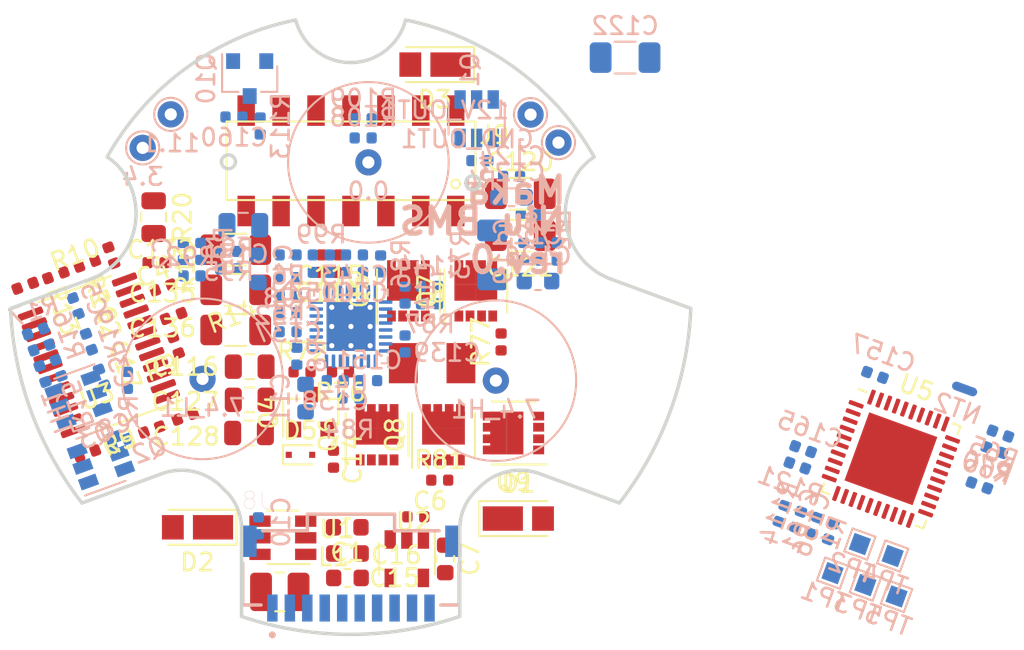
<source format=kicad_pcb>
(kicad_pcb (version 20171130) (host pcbnew "(5.1.6)-1")
  (layers (0 F.Cu signal) (1 In1.Cu power) (2 In2.Cu power) (31 B.Cu signal) (34 B.Paste user) (35 F.Paste user) (36 B.SilkS user) (37 F.SilkS user) (38 B.Mask user) (39 F.Mask user hide) (44 Edge.Cuts user))
  (net 0 "")
  (net 1 Earth)
  (net 2 "Net-(C2-Pad2)")
  (net 3 "Net-(C2-Pad1)")
  (net 4 "Net-(C3-Pad1)")
  (net 5 -BATT)
  (net 6 "Net-(C5-Pad1)")
  (net 7 "Net-(C8-Pad2)")
  (net 8 "Net-(C9-Pad1)")
  (net 9 "Net-(C13-Pad2)")
  (net 10 +3V3)
  (net 11 +5V)
  (net 12 "Net-(C17-Pad1)")
  (net 13 +BATT)
  (net 14 IMU_INT)
  (net 15 GPS_INT)
  (net 16 ~INT~)
  (net 17 SDA)
  (net 18 SCL)
  (net 19 ~TS_EOC~)
  (net 20 "Net-(Q2-Pad1)")
  (net 21 "Net-(Q2-Pad2)")
  (net 22 "Net-(Q2-Pad3)")
  (net 23 "Net-(Q3-Pad2)")
  (net 24 "Net-(R10-Pad2)")
  (net 25 "Net-(R13-Pad2)")
  (net 26 "Net-(R15-Pad2)")
  (net 27 "Net-(R15-Pad1)")
  (net 28 "Net-(R16-Pad2)")
  (net 29 "Net-(R17-Pad2)")
  (net 30 "Net-(R18-Pad2)")
  (net 31 "Net-(U2-Pad3)")
  (net 32 "Net-(U3-Pad15)")
  (net 33 "Net-(U3-Pad21)")
  (net 34 "Net-(Q1-Pad2)")
  (net 35 "Net-(12V_OUT1-Pad1)")
  (net 36 ~SHT_DWN_SIG~)
  (net 37 "Net-(C10-Pad2)")
  (net 38 "Net-(C10-Pad1)")
  (net 39 "Net-(C11-Pad1)")
  (net 40 "Net-(C12-Pad2)")
  (net 41 /REGN)
  (net 42 "Net-(C17-Pad2)")
  (net 43 /CHG_ACN)
  (net 44 VBUS)
  (net 45 "Net-(C119-Pad1)")
  (net 46 /VSYS)
  (net 47 /VDDA)
  (net 48 /HB_HVDD1)
  (net 49 /HB_SW1)
  (net 50 /HB_HVDD2)
  (net 51 /HB_SW2)
  (net 52 /COMP1)
  (net 53 /COMP2)
  (net 54 "Net-(C143-Pad2)")
  (net 55 "Net-(C144-Pad1)")
  (net 56 /IPORT)
  (net 57 /IBAT)
  (net 58 GNDA)
  (net 59 SBWTDI)
  (net 60 /HB_LG1)
  (net 61 "Net-(D5-Pad2)")
  (net 62 EOC_KELLER)
  (net 63 +3.3VP)
  (net 64 SBWTCK)
  (net 65 "Net-(Q5-Pad4)")
  (net 66 "Net-(Q7-Pad4)")
  (net 67 "Net-(Q8-Pad4)")
  (net 68 /BATDRVb)
  (net 69 /DSG_EN)
  (net 70 EN_12V_G)
  (net 71 /CHG_PRC)
  (net 72 /CHG_OK)
  (net 73 /A_EN)
  (net 74 /HB_HDV1)
  (net 75 /HB_HDV2)
  (net 76 /CHG_SRP)
  (net 77 /CHG_SRN)
  (net 78 /HB_LDV2)
  (net 79 "Net-(R93-Pad1)")
  (net 80 /PSYS)
  (net 81 "Net-(R114-Pad2)")
  (net 82 "Net-(R121-Pad2)")
  (net 83 "Net-(TP1-Pad1)")
  (net 84 "Net-(TP2-Pad1)")
  (net 85 "Net-(TP3-Pad1)")
  (net 86 "Net-(TP4-Pad1)")
  (net 87 EN_5V0)
  (net 88 "Net-(U4-Pad15)")
  (net 89 "Net-(U5-Pad9)")
  (net 90 "Net-(U5-Pad20)")
  (net 91 "Net-(U5-Pad21)")
  (net 92 "Net-(U5-Pad22)")
  (net 93 "Net-(U5-Pad23)")
  (net 94 "Net-(U5-Pad24)")
  (net 95 /A_OUT)
  (net 96 /Io_A)
  (net 97 EN_3V3)
  (net 98 /DIR)
  (net 99 /OTGV0)
  (net 100 /OTGV1)
  (net 101 /OTGV2)
  (net 102 "Net-(D3-Pad2)")
  (net 103 "Net-(3.4-Pad1)")
  (net 104 "Net-(7.4_H1-Pad1)")
  (net 105 "Net-(7.4_L1-Pad1)")
  (net 106 "Net-(TP5-Pad1)")
  (module Resistor_SMD:R_0805_2012Metric (layer F.Cu) (at 141.1 97.2125 270)
    (fp_text reference R20 (at 0 -1.65 90) (layer F.SilkS))
    (fp_text value 0.02)
    (pad 2 smd roundrect (at 0.9375 0 270) (size 0.975 1.4) (layers F.Cu F.Paste F.Mask) (net 5 -BATT))
    (pad 1 smd roundrect (at -0.9375 0 270) (size 0.975 1.4) (layers F.Cu F.Paste F.Mask) (net 22 "Net-(Q2-Pad3)"))
  )
  (module Custom:D_SOD-123EP (layer F.Cu) (at 157.2 88.475 180)
    (fp_text reference D3 (at 0 -2) (layer F.SilkS))
    (fp_text value D_Schottky)
    (pad 2 smd rect (at 1.4 0 180) (size 1.25 1.4) (layers F.Cu F.Paste F.Mask) (net 102 "Net-(D3-Pad2)"))
    (pad 1 smd rect (at -0.9 0 180) (size 2.3 1.4) (layers F.Cu F.Paste F.Mask) (net 35 "Net-(12V_OUT1-Pad1)"))
  )
  (module Custom:D_SOD-123EP (layer F.Cu) (at 143.6 114.975 180)
    (fp_text reference D2 (at 0 -2) (layer F.SilkS))
    (fp_text value D_Schottky)
    (pad 2 smd rect (at 1.4 0 180) (size 1.25 1.4) (layers F.Cu F.Paste F.Mask) (net 13 +BATT))
    (pad 1 smd rect (at -0.9 0 180) (size 2.3 1.4) (layers F.Cu F.Paste F.Mask) (net 35 "Net-(12V_OUT1-Pad1)"))
  )
  (module Custom:D_SOD-123EP (layer F.Cu) (at 162 114.475)
    (fp_text reference D1 (at 0 -2) (layer F.SilkS))
    (fp_text value D_Schottky)
    (pad 2 smd rect (at 1.4 0) (size 1.25 1.4) (layers F.Cu F.Paste F.Mask) (net 44 VBUS))
    (pad 1 smd rect (at -0.9 0) (size 2.3 1.4) (layers F.Cu F.Paste F.Mask) (net 35 "Net-(12V_OUT1-Pad1)"))
  )
  (module Resistor_SMD:R_1206_3216Metric (layer B.Cu) (at 160.5 99.375 270)
    (fp_text reference R73 (at 0 1.82 270) (layer B.SilkS) (effects (justify mirror)))
    (fp_text value 0.01)
    (pad 2 smd roundrect (at 1.4 0 270) (size 1.25 1.75) (layers B.Cu B.Paste B.Mask) (roundrect_rratio 0.2) (net 13 +BATT))
    (pad 1 smd roundrect (at -1.4 0 270) (size 1.25 1.75) (layers B.Cu B.Paste B.Mask) (roundrect_rratio 0.2) (net 45 "Net-(C119-Pad1)"))
  )
  (module TestPoint:TestPoint_Pad_1.0x1.0mm (layer B.Cu) (at 183.647291 118.935748 340)
    (fp_text reference TP5 (at 0 1.448 160) (layer B.SilkS) (effects (justify mirror)))
    (fp_text value BT4LED)
    (pad 1 smd rect (at 0 0 340) (size 1 1) (layers B.Cu B.Mask) (net 106 "Net-(TP5-Pad1)"))
  )
  (module Custom:TruHole_Batter_Contact_Pad_with_9mm_clear (layer B.Cu) (at 160.7 106.575)
    (fp_text reference 7.4_H1 (at 0 1.648) (layer B.SilkS) (effects (justify mirror)))
    (fp_text value 7.4)
    (pad 1 thru_hole circle (at 0 0) (size 1.5 1.5) (drill 0.7) (layers *.Cu *.Mask) (net 104 "Net-(7.4_H1-Pad1)"))
  )
  (module Custom:SAMTEC_T1M-10-F-SH-L-K (layer B.Cu) (at 152.4 119.6)
    (fp_text reference J8 (at -5.425 -6.15) (layer B.SilkS) (effects (font (thickness 0.015)) (justify mirror)))
    (fp_text value T1M-10-F-SH-L-K)
    (pad 01 smd rect (at -4.5 0) (size 0.6 1.55) (layers B.Cu B.Paste B.Mask) (net 1 Earth))
    (pad 02 smd rect (at -3.5 0) (size 0.6 1.55) (layers B.Cu B.Paste B.Mask) (net 11 +5V))
    (pad 03 smd rect (at -2.5 0) (size 0.6 1.55) (layers B.Cu B.Paste B.Mask) (net 18 SCL))
    (pad 04 smd rect (at -1.5 0) (size 0.6 1.55) (layers B.Cu B.Paste B.Mask) (net 17 SDA))
    (pad 05 smd rect (at -0.5 0) (size 0.6 1.55) (layers B.Cu B.Paste B.Mask) (net 62 EOC_KELLER))
    (pad 06 smd rect (at 0.5 0) (size 0.6 1.55) (layers B.Cu B.Paste B.Mask) (net 16 ~INT~))
    (pad 07 smd rect (at 1.5 0) (size 0.6 1.55) (layers B.Cu B.Paste B.Mask) (net 15 GPS_INT))
    (pad 08 smd rect (at 2.5 0) (size 0.6 1.55) (layers B.Cu B.Paste B.Mask) (net 14 IMU_INT))
    (pad 09 smd rect (at 3.5 0) (size 0.6 1.55) (layers B.Cu B.Paste B.Mask) (net 10 +3V3))
    (pad 10 smd rect (at 4.5 0) (size 0.6 1.55) (layers B.Cu B.Paste B.Mask) (net 36 ~SHT_DWN_SIG~))
    (pad S1 smd rect (at -5.8 -3.825) (size 0.8 1.8) (layers B.Cu B.Paste B.Mask))
    (pad S2 smd rect (at 5.8 -3.825) (size 0.8 1.8) (layers B.Cu B.Paste B.Mask))
  )
  (module Custom:Molex_87340-1424_B (layer F.Cu) (at 153.9 88.6098)
    (fp_text reference J9 (at 6.7042 3.897) (layer F.SilkS))
    (fp_text value "Molex 087340-1424")
    (pad 1 smd rect (at 4.5 8.25) (size 1 1.75) (layers F.Cu F.Paste F.Mask) (net 44 VBUS))
    (pad 2 smd rect (at 4.5 2.5) (size 1 1.75) (layers F.Cu F.Paste F.Mask) (net 44 VBUS))
    (pad 3 smd rect (at 2.5 8.25) (size 1 1.75) (layers F.Cu F.Paste F.Mask) (net 16 ~INT~))
    (pad 4 smd rect (at 2.5 2.5) (size 1 1.75) (layers F.Cu F.Paste F.Mask) (net 19 ~TS_EOC~))
    (pad 5 smd rect (at 0.5 8.25) (size 1 1.75) (layers F.Cu F.Paste F.Mask) (net 18 SCL))
    (pad 6 smd rect (at 0.5 2.5) (size 1 1.75) (layers F.Cu F.Paste F.Mask) (net 17 SDA))
    (pad 7 smd rect (at -1.5 8.25) (size 1 1.75) (layers F.Cu F.Paste F.Mask) (net 63 +3.3VP))
    (pad 8 smd rect (at -1.5 2.5) (size 1 1.75) (layers F.Cu F.Paste F.Mask) (net 15 GPS_INT))
    (pad 9 smd rect (at -3.5 8.25) (size 1 1.75) (layers F.Cu F.Paste F.Mask) (net 62 EOC_KELLER))
    (pad 10 smd rect (at -3.5 2.5) (size 1 1.75) (layers F.Cu F.Paste F.Mask) (net 14 IMU_INT))
    (pad 11 smd rect (at -5.5 8.25) (size 1 1.75) (layers F.Cu F.Paste F.Mask) (net 64 SBWTCK))
    (pad 12 smd rect (at -5.5 2.5) (size 1 1.75) (layers F.Cu F.Paste F.Mask) (net 59 SBWTDI))
    (pad 13 smd rect (at -7.5 8.25) (size 1 1.75) (layers F.Cu F.Paste F.Mask) (net 1 Earth))
    (pad 14 smd rect (at -7.5 2.5) (size 1 1.75) (layers F.Cu F.Paste F.Mask) (net 1 Earth))
  )
  (module TestPoint:TestPoint_THTPad_D1.5mm_Drill0.7mm (layer B.Cu) (at 162.687 91.3384)
    (fp_text reference 12V_OUT1 (at -4.9022 -0.254) (layer B.SilkS) (effects (justify mirror)))
    (fp_text value 12V_OUT)
    (pad 1 thru_hole circle (at 0 0) (size 1.5 1.5) (drill 0.7) (layers *.Cu *.Mask) (net 35 "Net-(12V_OUT1-Pad1)"))
  )
  (module Custom:TruHole_Batter_Contact_Pad_with_9mm_clear (layer B.Cu) (at 153.4 94.075)
    (fp_text reference 0.0 (at 0 1.648) (layer B.SilkS) (effects (justify mirror)))
    (fp_text value 0)
    (pad 1 thru_hole circle (at 0 0) (size 1.5 1.5) (drill 0.7) (layers *.Cu *.Mask) (net 5 -BATT))
  )
  (module Custom:TruHole_Batter_Contact_Pad_with_9mm_clear (layer B.Cu) (at 143.9 106.475)
    (fp_text reference 7.4_L1 (at 0 1.648) (layer B.SilkS) (effects (justify mirror)))
    (fp_text value 7.4)
    (pad 1 thru_hole circle (at 0 0) (size 1.5 1.5) (drill 0.7) (layers *.Cu *.Mask) (net 105 "Net-(7.4_L1-Pad1)"))
  )
  (module TestPoint:TestPoint_THTPad_D1.5mm_Drill0.7mm (layer B.Cu) (at 142.08 91.325)
    (fp_text reference 11.1 (at 0 1.648) (layer B.SilkS) (effects (justify mirror)))
    (fp_text value 11.1)
    (pad 1 thru_hole circle (at 0 0) (size 1.5 1.5) (drill 0.7) (layers *.Cu *.Mask) (net 13 +BATT))
  )
  (module TestPoint:TestPoint_THTPad_D1.5mm_Drill0.7mm (layer B.Cu) (at 140.47 93.245)
    (fp_text reference 3.4 (at 0 1.648) (layer B.SilkS) (effects (justify mirror)))
    (fp_text value 3.4)
    (pad 1 thru_hole circle (at 0 0) (size 1.5 1.5) (drill 0.7) (layers *.Cu *.Mask) (net 103 "Net-(3.4-Pad1)"))
  )
  (module Capacitor_SMD:C_1206_3216Metric (layer F.Cu) (at 145.8 103.675 180)
    (fp_text reference C136 (at 4.2 0.1) (layer F.SilkS))
    (fp_text value 56uF)
    (pad 2 smd roundrect (at 1.4 0 180) (size 1.25 1.75) (layers F.Cu F.Paste F.Mask) (roundrect_rratio 0.2) (net 1 Earth))
    (pad 1 smd roundrect (at -1.4 0 180) (size 1.25 1.75) (layers F.Cu F.Paste F.Mask) (roundrect_rratio 0.2) (net 44 VBUS))
  )
  (module Capacitor_SMD:C_1206_3216Metric (layer F.Cu) (at 162.1 95.875)
    (fp_text reference C120 (at 0 -1.82) (layer F.SilkS))
    (fp_text value 56uF)
    (pad 2 smd roundrect (at 1.4 0) (size 1.25 1.75) (layers F.Cu F.Paste F.Mask) (roundrect_rratio 0.2) (net 1 Earth))
    (pad 1 smd roundrect (at -1.4 0) (size 1.25 1.75) (layers F.Cu F.Paste F.Mask) (roundrect_rratio 0.2) (net 46 /VSYS))
  )
  (module Package_TO_SOT_SMD:SOT-23 (layer B.Cu) (at 146.6 89.275 270)
    (fp_text reference Q10 (at 0 2.5 270) (layer B.SilkS) (effects (justify mirror)))
    (fp_text value DMG1012UW-7)
    (pad 3 smd rect (at 1 0 270) (size 0.9 0.8) (layers B.Cu B.Paste B.Mask) (net 10 +3V3))
    (pad 2 smd rect (at -1 -0.95 270) (size 0.9 0.8) (layers B.Cu B.Paste B.Mask) (net 63 +3.3VP))
    (pad 1 smd rect (at -1 0.95 270) (size 0.9 0.8) (layers B.Cu B.Paste B.Mask) (net 97 EN_3V3))
  )
  (module Custom:L_4.95x4.95_H2 (layer F.Cu) (at 157 105.575)
    (fp_text reference L8 (at 0 -4) (layer F.SilkS))
    (fp_text value 2.2uH_Core_Iron)
    (pad 2 smd rect (at 1.7 0) (size 1.65 2.3) (layers F.Cu F.Paste F.Mask) (net 51 /HB_SW2))
    (pad 1 smd rect (at -1.6 0) (size 1.65 2.3) (layers F.Cu F.Paste F.Mask) (net 49 /HB_SW1))
  )
  (module Package_TO_SOT_SMD:SOT-23-5 (layer F.Cu) (at 155.6 116.775 270)
    (fp_text reference U2 (at -2.12 -0.38 180) (layer F.SilkS))
    (fp_text value TPS70933DBV)
    (pad 1 smd rect (at -1.1 -0.95 270) (size 1.06 0.65) (layers F.Cu F.Paste F.Mask) (net 35 "Net-(12V_OUT1-Pad1)"))
    (pad 2 smd rect (at -1.1 0 270) (size 1.06 0.65) (layers F.Cu F.Paste F.Mask) (net 1 Earth))
    (pad 3 smd rect (at -1.1 0.95 270) (size 1.06 0.65) (layers F.Cu F.Paste F.Mask) (net 31 "Net-(U2-Pad3)"))
    (pad 4 smd rect (at 1.1 0.95 270) (size 1.06 0.65) (layers F.Cu F.Paste F.Mask))
    (pad 5 smd rect (at 1.1 -0.95 270) (size 1.06 0.65) (layers F.Cu F.Paste F.Mask) (net 10 +3V3))
  )
  (module Capacitor_SMD:C_0402_1005Metric (layer F.Cu) (at 141.644249 101.24088 200)
    (fp_text reference C4 (at 0.262872 0.915095 20) (layer F.SilkS))
    (fp_text value 0.1uF)
    (pad 1 smd roundrect (at -0.485 0 200) (size 0.59 0.64) (layers F.Cu F.Paste F.Mask) (net 5 -BATT))
    (pad 2 smd roundrect (at 0.485 0 200) (size 0.59 0.64) (layers F.Cu F.Paste F.Mask) (net 4 "Net-(C3-Pad1)"))
  )
  (module Capacitor_SMD:C_0402_1005Metric (layer B.Cu) (at 138.13412 106.394249 290)
    (fp_text reference C3 (at 0.056438 -1.103102 110) (layer B.SilkS) (effects (justify mirror)))
    (fp_text value 0.1uF)
    (pad 1 smd roundrect (at -0.485 0 290) (size 0.59 0.64) (layers B.Cu B.Paste B.Mask) (net 4 "Net-(C3-Pad1)"))
    (pad 2 smd roundrect (at 0.485 0 290) (size 0.59 0.64) (layers B.Cu B.Paste B.Mask) (net 12 "Net-(C17-Pad1)"))
  )
  (module Inductor_SMD:L_1008_2520Metric (layer F.Cu) (at 148.325 118.675)
    (fp_text reference L1 (at 3.075 -2) (layer F.SilkS))
    (fp_text value 4.7uH)
    (pad 2 smd roundrect (at 1.075 0) (size 1.25 2.2) (layers F.Cu F.Paste F.Mask) (roundrect_rratio 0.2) (net 11 +5V))
    (pad 1 smd roundrect (at -1.075 0) (size 1.25 2.2) (layers F.Cu F.Paste F.Mask) (roundrect_rratio 0.2) (net 38 "Net-(C10-Pad1)"))
  )
  (module Package_SO:TSSOP-24_4.4x7.8mm_P0.65mm (layer F.Cu) (at 137.964461 105.122366 200)
    (fp_text reference U3 (at 0.91136 -2.198517 20) (layer F.SilkS))
    (fp_text value BQ77915)
    (pad 1 smd roundrect (at -2.8625 -3.575 200) (size 1.475 0.4) (layers F.Cu F.Paste F.Mask) (net 7 "Net-(C8-Pad2)"))
    (pad 2 smd roundrect (at -2.8625 -2.925 200) (size 1.475 0.4) (layers F.Cu F.Paste F.Mask) (net 8 "Net-(C9-Pad1)"))
    (pad 3 smd roundrect (at -2.8625 -2.275 200) (size 1.475 0.4) (layers F.Cu F.Paste F.Mask) (net 42 "Net-(C17-Pad2)"))
    (pad 4 smd roundrect (at -2.8625 -1.625 200) (size 1.475 0.4) (layers F.Cu F.Paste F.Mask) (net 42 "Net-(C17-Pad2)"))
    (pad 5 smd roundrect (at -2.8625 -0.975 200) (size 1.475 0.4) (layers F.Cu F.Paste F.Mask) (net 42 "Net-(C17-Pad2)"))
    (pad 6 smd roundrect (at -2.8625 -0.325 200) (size 1.475 0.4) (layers F.Cu F.Paste F.Mask) (net 12 "Net-(C17-Pad1)"))
    (pad 7 smd roundrect (at -2.8625 0.325 200) (size 1.475 0.4) (layers F.Cu F.Paste F.Mask) (net 4 "Net-(C3-Pad1)"))
    (pad 8 smd roundrect (at -2.8625 0.975 200) (size 1.475 0.4) (layers F.Cu F.Paste F.Mask) (net 6 "Net-(C5-Pad1)"))
    (pad 9 smd roundrect (at -2.8625 1.625 200) (size 1.475 0.4) (layers F.Cu F.Paste F.Mask) (net 5 -BATT))
    (pad 10 smd roundrect (at -2.8625 2.275 200) (size 1.475 0.4) (layers F.Cu F.Paste F.Mask) (net 5 -BATT))
    (pad 11 smd roundrect (at -2.8625 2.925 200) (size 1.475 0.4) (layers F.Cu F.Paste F.Mask) (net 22 "Net-(Q2-Pad3)"))
    (pad 12 smd roundrect (at -2.8625 3.575 200) (size 1.475 0.4) (layers F.Cu F.Paste F.Mask) (net 24 "Net-(R10-Pad2)"))
    (pad 13 smd roundrect (at 2.8625 3.575 200) (size 1.475 0.4) (layers F.Cu F.Paste F.Mask) (net 25 "Net-(R13-Pad2)"))
    (pad 14 smd roundrect (at 2.8625 2.925 200) (size 1.475 0.4) (layers F.Cu F.Paste F.Mask) (net 30 "Net-(R18-Pad2)"))
    (pad 15 smd roundrect (at 2.8625 2.275 200) (size 1.475 0.4) (layers F.Cu F.Paste F.Mask) (net 32 "Net-(U3-Pad15)"))
    (pad 16 smd roundrect (at 2.8625 1.625 200) (size 1.475 0.4) (layers F.Cu F.Paste F.Mask) (net 29 "Net-(R17-Pad2)"))
    (pad 17 smd roundrect (at 2.8625 0.975 200) (size 1.475 0.4) (layers F.Cu F.Paste F.Mask) (net 28 "Net-(R16-Pad2)"))
    (pad 18 smd roundrect (at 2.8625 0.325 200) (size 1.475 0.4) (layers F.Cu F.Paste F.Mask) (net 27 "Net-(R15-Pad1)"))
    (pad 19 smd roundrect (at 2.8625 -0.325 200) (size 1.475 0.4) (layers F.Cu F.Paste F.Mask) (net 26 "Net-(R15-Pad2)"))
    (pad 20 smd roundrect (at 2.8625 -0.975 200) (size 1.475 0.4) (layers F.Cu F.Paste F.Mask) (net 5 -BATT))
    (pad 21 smd roundrect (at 2.8625 -1.625 200) (size 1.475 0.4) (layers F.Cu F.Paste F.Mask) (net 33 "Net-(U3-Pad21)"))
    (pad 22 smd roundrect (at 2.8625 -2.275 200) (size 1.475 0.4) (layers F.Cu F.Paste F.Mask) (net 7 "Net-(C8-Pad2)"))
    (pad 23 smd roundrect (at 2.8625 -2.925 200) (size 1.475 0.4) (layers F.Cu F.Paste F.Mask) (net 5 -BATT))
    (pad 24 smd roundrect (at 2.8625 -3.575 200) (size 1.475 0.4) (layers F.Cu F.Paste F.Mask) (net 5 -BATT))
  )
  (module Custom:SOT-23-6_mosfet (layer B.Cu) (at 136.8 107.675 200)
    (fp_text reference Q3 (at -0.207 -2.2606 20) (layer B.SilkS) (effects (justify mirror)))
    (fp_text value FDC645N)
    (pad 1 smd rect (at 1.1 0 200) (size 1.06 0.65) (layers B.Cu B.Paste B.Mask) (net 20 "Net-(Q2-Pad1)"))
    (pad 1 smd rect (at 1.1 0.95 200) (size 1.06 0.65) (layers B.Cu B.Paste B.Mask) (net 20 "Net-(Q2-Pad1)"))
    (pad 3 smd rect (at 1.1 -0.95 200) (size 1.06 0.65) (layers B.Cu B.Paste B.Mask) (net 1 Earth))
    (pad 2 smd rect (at -1.1 -0.95 200) (size 1.06 0.65) (layers B.Cu B.Paste B.Mask) (net 23 "Net-(Q3-Pad2)"))
    (pad 1 smd rect (at -1.1 0 200) (size 1.06 0.65) (layers B.Cu B.Paste B.Mask) (net 20 "Net-(Q2-Pad1)"))
    (pad 1 smd rect (at -1.1 0.95 200) (size 1.06 0.65) (layers B.Cu B.Paste B.Mask) (net 20 "Net-(Q2-Pad1)"))
  )
  (module Custom:SOT-23-6_mosfet (layer B.Cu) (at 138.07988 111.112824 20)
    (fp_text reference Q2 (at 2.8 0.43 20) (layer B.SilkS) (effects (justify mirror)))
    (fp_text value FDC645N)
    (pad 1 smd rect (at -1.1 0.95 20) (size 1.06 0.65) (layers B.Cu B.Paste B.Mask) (net 20 "Net-(Q2-Pad1)"))
    (pad 1 smd rect (at -1.1 0 20) (size 1.06 0.65) (layers B.Cu B.Paste B.Mask) (net 20 "Net-(Q2-Pad1)"))
    (pad 2 smd rect (at -1.1 -0.95 20) (size 1.06 0.65) (layers B.Cu B.Paste B.Mask) (net 21 "Net-(Q2-Pad2)"))
    (pad 3 smd rect (at 1.1 -0.95 20) (size 1.06 0.65) (layers B.Cu B.Paste B.Mask) (net 22 "Net-(Q2-Pad3)"))
    (pad 1 smd rect (at 1.1 0.95 20) (size 1.06 0.65) (layers B.Cu B.Paste B.Mask) (net 20 "Net-(Q2-Pad1)"))
    (pad 1 smd rect (at 1.1 0 20) (size 1.06 0.65) (layers B.Cu B.Paste B.Mask) (net 20 "Net-(Q2-Pad1)"))
  )
  (module Custom:SOT-23-6_mosfet (layer B.Cu) (at 159.6 91.575 90)
    (fp_text reference Q1 (at 2.7936 -0.378 90) (layer B.SilkS) (effects (justify mirror)))
    (fp_text value FDC645N)
    (pad 1 smd rect (at 1.1 0 90) (size 1.06 0.65) (layers B.Cu B.Paste B.Mask) (net 102 "Net-(D3-Pad2)"))
    (pad 1 smd rect (at 1.1 0.95 90) (size 1.06 0.65) (layers B.Cu B.Paste B.Mask) (net 102 "Net-(D3-Pad2)"))
    (pad 3 smd rect (at 1.1 -0.95 90) (size 1.06 0.65) (layers B.Cu B.Paste B.Mask) (net 1 Earth))
    (pad 2 smd rect (at -1.1 -0.95 90) (size 1.06 0.65) (layers B.Cu B.Paste B.Mask) (net 34 "Net-(Q1-Pad2)"))
    (pad 1 smd rect (at -1.1 0 90) (size 1.06 0.65) (layers B.Cu B.Paste B.Mask) (net 102 "Net-(D3-Pad2)"))
    (pad 1 smd rect (at -1.1 0.95 90) (size 1.06 0.65) (layers B.Cu B.Paste B.Mask) (net 102 "Net-(D3-Pad2)"))
  )
  (module Resistor_SMD:R_0402_1005Metric (layer F.Cu) (at 137.3 99.875 20)
    (fp_text reference R18 (at 0.003628 2.182885 290) (layer F.SilkS))
    (fp_text value 470K)
    (pad 2 smd roundrect (at 0.485 0 20) (size 0.59 0.64) (layers F.Cu F.Paste F.Mask) (net 30 "Net-(R18-Pad2)"))
    (pad 1 smd roundrect (at -0.485 0 20) (size 0.59 0.64) (layers F.Cu F.Paste F.Mask) (net 1 Earth))
  )
  (module TestPoint:TestPoint_THTPad_D1.5mm_Drill0.7mm (layer B.Cu) (at 164.2872 92.9434)
    (fp_text reference GND_OUT1 (at -5.2272 -0.2034) (layer B.SilkS) (effects (justify mirror)))
    (fp_text value GND_OUT)
    (pad 1 thru_hole circle (at 0 0) (size 1.5 1.5) (drill 0.7) (layers *.Cu *.Mask) (net 102 "Net-(D3-Pad2)"))
  )
  (module Capacitor_SMD:C_0402_1005Metric (layer F.Cu) (at 142.375 104.55 290)
    (fp_text reference C17 (at 0.052047 3.131663 110) (layer F.SilkS))
    (fp_text value 0.1uF)
    (pad 1 smd roundrect (at -0.485 0 290) (size 0.59 0.64) (layers F.Cu F.Paste F.Mask) (net 12 "Net-(C17-Pad1)"))
    (pad 2 smd roundrect (at 0.485 0 290) (size 0.59 0.64) (layers F.Cu F.Paste F.Mask) (net 42 "Net-(C17-Pad2)"))
  )
  (module Capacitor_SMD:C_0402_1005Metric (layer B.Cu) (at 136.63412 102.3 110)
    (fp_text reference C5 (at 0.025306 1.099993 290) (layer B.SilkS) (effects (justify mirror)))
    (fp_text value 0.1uF)
    (pad 1 smd roundrect (at -0.485 0 110) (size 0.59 0.64) (layers B.Cu B.Paste B.Mask) (net 6 "Net-(C5-Pad1)"))
    (pad 2 smd roundrect (at 0.485 0 110) (size 0.59 0.64) (layers B.Cu B.Paste B.Mask) (net 5 -BATT))
  )
  (module Capacitor_SMD:C_0402_1005Metric (layer F.Cu) (at 156.115 114.375)
    (fp_text reference C6 (at 0.81 -0.91 180) (layer F.SilkS))
    (fp_text value 1uF)
    (pad 2 smd roundrect (at 0.485 0) (size 0.59 0.64) (layers F.Cu F.Paste F.Mask) (net 35 "Net-(12V_OUT1-Pad1)"))
    (pad 1 smd roundrect (at -0.485 0) (size 0.59 0.64) (layers F.Cu F.Paste F.Mask) (net 1 Earth))
  )
  (module Capacitor_SMD:C_0402_1005Metric (layer B.Cu) (at 139.155751 110.075 20)
    (fp_text reference C8 (at 0.026917 -0.948899 200) (layer B.SilkS) (effects (justify mirror)))
    (fp_text value 1uF)
    (pad 2 smd roundrect (at 0.485 0 20) (size 0.59 0.64) (layers B.Cu B.Paste B.Mask) (net 7 "Net-(C8-Pad2)"))
    (pad 1 smd roundrect (at -0.485 0 20) (size 0.59 0.64) (layers B.Cu B.Paste B.Mask) (net 5 -BATT))
  )
  (module Capacitor_SMD:C_0402_1005Metric (layer F.Cu) (at 137.3 110.74088 200)
    (fp_text reference C9 (at -1.93682 -0.029192 20) (layer F.SilkS))
    (fp_text value 1uF)
    (pad 1 smd roundrect (at -0.485 0 200) (size 0.59 0.64) (layers F.Cu F.Paste F.Mask) (net 8 "Net-(C9-Pad1)"))
    (pad 2 smd roundrect (at 0.485 0 200) (size 0.59 0.64) (layers F.Cu F.Paste F.Mask) (net 5 -BATT))
  )
  (module Resistor_SMD:R_0402_1005Metric (layer F.Cu) (at 142.912489 108.64088 200)
    (fp_text reference R9 (at 0.319894 3.112092 20) (layer F.SilkS))
    (fp_text value 1K)
    (pad 2 smd roundrect (at 0.485 0 200) (size 0.59 0.64) (layers F.Cu F.Paste F.Mask) (net 13 +BATT))
    (pad 1 smd roundrect (at -0.485 0 200) (size 0.59 0.64) (layers F.Cu F.Paste F.Mask) (net 42 "Net-(C17-Pad2)"))
  )
  (module Resistor_SMD:R_0402_1005Metric (layer B.Cu) (at 139.6 106.56 90)
    (fp_text reference R2 (at -1.785 0.075 270) (layer B.SilkS) (effects (justify mirror)))
    (fp_text value 1K)
    (pad 1 smd roundrect (at -0.485 0 90) (size 0.59 0.64) (layers B.Cu B.Paste B.Mask) (net 12 "Net-(C17-Pad1)"))
    (pad 2 smd roundrect (at 0.485 0 90) (size 0.59 0.64) (layers B.Cu B.Paste B.Mask) (net 105 "Net-(7.4_L1-Pad1)"))
  )
  (module Resistor_SMD:R_0402_1005Metric (layer F.Cu) (at 142.244249 102.87588 20)
    (fp_text reference R14 (at 3.147681 1.192614 20) (layer F.SilkS))
    (fp_text value 1K)
    (pad 1 smd roundrect (at -0.485 0 20) (size 0.59 0.64) (layers F.Cu F.Paste F.Mask) (net 4 "Net-(C3-Pad1)"))
    (pad 2 smd roundrect (at 0.485 0 20) (size 0.59 0.64) (layers F.Cu F.Paste F.Mask) (net 103 "Net-(3.4-Pad1)"))
  )
  (module Resistor_SMD:R_0402_1005Metric (layer B.Cu) (at 137.39088 104.35 290)
    (fp_text reference R19 (at -0.030711 -1.210423 290) (layer B.SilkS) (effects (justify mirror)))
    (fp_text value 1K)
    (pad 1 smd roundrect (at -0.485 0 290) (size 0.59 0.64) (layers B.Cu B.Paste B.Mask) (net 6 "Net-(C5-Pad1)"))
    (pad 2 smd roundrect (at 0.485 0 290) (size 0.59 0.64) (layers B.Cu B.Paste B.Mask) (net 5 -BATT))
  )
  (module Resistor_SMD:R_0402_1005Metric (layer F.Cu) (at 141 109.375 20)
    (fp_text reference R5 (at -2.006053 0.07331 20) (layer F.SilkS))
    (fp_text value 1K)
    (pad 1 smd roundrect (at -0.485 0 20) (size 0.59 0.64) (layers F.Cu F.Paste F.Mask) (net 7 "Net-(C8-Pad2)"))
    (pad 2 smd roundrect (at 0.485 0 20) (size 0.59 0.64) (layers F.Cu F.Paste F.Mask) (net 13 +BATT))
  )
  (module Resistor_SMD:R_0402_1005Metric (layer B.Cu) (at 159.785 93.975 180)
    (fp_text reference R4 (at 0.005 -1.175) (layer B.SilkS) (effects (justify mirror)))
    (fp_text value 1K)
    (pad 2 smd roundrect (at 0.485 0 180) (size 0.59 0.64) (layers B.Cu B.Paste B.Mask) (net 34 "Net-(Q1-Pad2)"))
    (pad 1 smd roundrect (at -0.485 0 180) (size 0.59 0.64) (layers B.Cu B.Paste B.Mask) (net 70 EN_12V_G))
  )
  (module Resistor_SMD:R_0402_1005Metric (layer F.Cu) (at 138.675 99.4 290)
    (fp_text reference R10 (at -0.740871 1.933193 20) (layer F.SilkS))
    (fp_text value 10K)
    (pad 1 smd roundrect (at -0.485 0 290) (size 0.59 0.64) (layers F.Cu F.Paste F.Mask) (net 21 "Net-(Q2-Pad2)"))
    (pad 2 smd roundrect (at 0.485 0 290) (size 0.59 0.64) (layers F.Cu F.Paste F.Mask) (net 24 "Net-(R10-Pad2)"))
  )
  (module Resistor_SMD:R_0402_1005Metric (layer F.Cu) (at 141.24 99.82 180)
    (fp_text reference R11 (at -1.69 -0.26 90) (layer F.SilkS))
    (fp_text value 1M)
    (pad 2 smd roundrect (at 0.485 0 180) (size 0.59 0.64) (layers F.Cu F.Paste F.Mask) (net 21 "Net-(Q2-Pad2)"))
    (pad 1 smd roundrect (at -0.485 0 180) (size 0.59 0.64) (layers F.Cu F.Paste F.Mask) (net 22 "Net-(Q2-Pad3)"))
  )
  (module Resistor_SMD:R_0402_1005Metric (layer F.Cu) (at 135.5 100.54 200)
    (fp_text reference R12 (at -1.878695 -3.02498 290) (layer F.SilkS))
    (fp_text value 1M)
    (pad 1 smd roundrect (at -0.485 0 200) (size 0.59 0.64) (layers F.Cu F.Paste F.Mask) (net 1 Earth))
    (pad 2 smd roundrect (at 0.485 0 200) (size 0.59 0.64) (layers F.Cu F.Paste F.Mask) (net 23 "Net-(Q3-Pad2)"))
  )
  (module Resistor_SMD:R_0402_1005Metric (layer F.Cu) (at 133.744249 101.14088 200)
    (fp_text reference R13 (at -1.544067 -2.073127 290) (layer F.SilkS))
    (fp_text value 1K)
    (pad 1 smd roundrect (at -0.485 0 200) (size 0.59 0.64) (layers F.Cu F.Paste F.Mask) (net 23 "Net-(Q3-Pad2)"))
    (pad 2 smd roundrect (at 0.485 0 200) (size 0.59 0.64) (layers F.Cu F.Paste F.Mask) (net 25 "Net-(R13-Pad2)"))
  )
  (module Resistor_SMD:R_0402_1005Metric (layer B.Cu) (at 135.65 105.85 290)
    (fp_text reference R15 (at 2.333754 -0.257328 290) (layer B.SilkS) (effects (justify mirror)))
    (fp_text value 10K)
    (pad 2 smd roundrect (at 0.485 0 290) (size 0.59 0.64) (layers B.Cu B.Paste B.Mask) (net 26 "Net-(R15-Pad2)"))
    (pad 1 smd roundrect (at -0.485 0 290) (size 0.59 0.64) (layers B.Cu B.Paste B.Mask) (net 27 "Net-(R15-Pad1)"))
  )
  (module Resistor_SMD:R_0402_1005Metric (layer B.Cu) (at 134.68 104.675 20)
    (fp_text reference R16 (at 1.671167 -0.147311 290) (layer B.SilkS) (effects (justify mirror)))
    (fp_text value 100K)
    (pad 2 smd roundrect (at 0.485 0 20) (size 0.59 0.64) (layers B.Cu B.Paste B.Mask) (net 28 "Net-(R16-Pad2)"))
    (pad 1 smd roundrect (at -0.485 0 20) (size 0.59 0.64) (layers B.Cu B.Paste B.Mask) (net 5 -BATT))
  )
  (module Resistor_SMD:R_0402_1005Metric (layer B.Cu) (at 134.344249 103.75088 20)
    (fp_text reference R17 (at 0.31361 -1.137201 200) (layer B.SilkS) (effects (justify mirror)))
    (fp_text value 10K)
    (pad 1 smd roundrect (at -0.485 0 20) (size 0.59 0.64) (layers B.Cu B.Paste B.Mask) (net 5 -BATT))
    (pad 2 smd roundrect (at 0.485 0 20) (size 0.59 0.64) (layers B.Cu B.Paste B.Mask) (net 29 "Net-(R17-Pad2)"))
  )
  (module Resistor_SMD:R_0402_1005Metric (layer B.Cu) (at 134.73412 106.194249 110)
    (fp_text reference TH1 (at -2.362451 -0.002262 290) (layer B.SilkS) (effects (justify mirror)))
    (fp_text value 10K)
    (pad 1 smd roundrect (at -0.485 0 110) (size 0.59 0.64) (layers B.Cu B.Paste B.Mask) (net 5 -BATT))
    (pad 2 smd roundrect (at 0.485 0 110) (size 0.59 0.64) (layers B.Cu B.Paste B.Mask) (net 27 "Net-(R15-Pad1)"))
  )
  (module Package_TO_SOT_SMD:TSOT-23-6 (layer F.Cu) (at 148.5 115.575 180)
    (fp_text reference U1 (at -3.1 0.5) (layer F.SilkS))
    (fp_text value AP63205)
    (pad 6 smd rect (at 1.31 -0.95 180) (size 1.22 0.65) (layers F.Cu F.Paste F.Mask) (net 37 "Net-(C10-Pad2)"))
    (pad 5 smd rect (at 1.31 0 180) (size 1.22 0.65) (layers F.Cu F.Paste F.Mask) (net 38 "Net-(C10-Pad1)"))
    (pad 4 smd rect (at 1.31 0.95 180) (size 1.22 0.65) (layers F.Cu F.Paste F.Mask) (net 1 Earth))
    (pad 3 smd rect (at -1.31 0.95 180) (size 1.22 0.65) (layers F.Cu F.Paste F.Mask) (net 35 "Net-(12V_OUT1-Pad1)"))
    (pad 2 smd rect (at -1.31 0 180) (size 1.22 0.65) (layers F.Cu F.Paste F.Mask) (net 87 EN_5V0))
    (pad 1 smd rect (at -1.31 -0.95 180) (size 1.22 0.65) (layers F.Cu F.Paste F.Mask) (net 11 +5V))
  )
  (module Capacitor_SMD:C_0603_1608Metric (layer F.Cu) (at 152.1875 114.975 180)
    (fp_text reference C1 (at 0 -1.43) (layer F.SilkS))
    (fp_text value 10uF)
    (pad 1 smd roundrect (at -0.7875 0 180) (size 0.875 0.95) (layers F.Cu F.Paste F.Mask) (net 1 Earth))
    (pad 2 smd roundrect (at 0.7875 0 180) (size 0.875 0.95) (layers F.Cu F.Paste F.Mask) (net 35 "Net-(12V_OUT1-Pad1)"))
  )
  (module Capacitor_SMD:C_0402_1005Metric (layer B.Cu) (at 142.8 99.175 90)
    (fp_text reference C2 (at -0.115 -1.2 -90) (layer B.SilkS) (effects (justify mirror)))
    (fp_text value 100pF)
    (pad 1 smd roundrect (at -0.485 0 90) (size 0.59 0.64) (layers B.Cu B.Paste B.Mask) (net 3 "Net-(C2-Pad1)"))
    (pad 2 smd roundrect (at 0.485 0 90) (size 0.59 0.64) (layers B.Cu B.Paste B.Mask) (net 2 "Net-(C2-Pad2)"))
  )
  (module Capacitor_SMD:C_0603_1608Metric (layer F.Cu) (at 157.8 116.7875 270)
    (fp_text reference C7 (at 0 -1.43 90) (layer F.SilkS))
    (fp_text value 4.7uF)
    (pad 2 smd roundrect (at 0.7875 0 270) (size 0.875 0.95) (layers F.Cu F.Paste F.Mask) (net 10 +3V3))
    (pad 1 smd roundrect (at -0.7875 0 270) (size 0.875 0.95) (layers F.Cu F.Paste F.Mask) (net 1 Earth))
  )
  (module Capacitor_SMD:C_0402_1005Metric (layer B.Cu) (at 147.1 114.89 270)
    (fp_text reference C10 (at -0.215 -1.3 270) (layer B.SilkS) (effects (justify mirror)))
    (fp_text value 0.1uF)
    (pad 2 smd roundrect (at 0.485 0 270) (size 0.59 0.64) (layers B.Cu B.Paste B.Mask) (net 37 "Net-(C10-Pad2)"))
    (pad 1 smd roundrect (at -0.485 0 270) (size 0.59 0.64) (layers B.Cu B.Paste B.Mask) (net 38 "Net-(C10-Pad1)"))
  )
  (module Capacitor_SMD:C_0603_1608Metric (layer B.Cu) (at 149.8 107.575 270)
    (fp_text reference C11 (at 0 1.43 90) (layer B.SilkS) (effects (justify mirror)))
    (fp_text value 0.033uF)
    (pad 2 smd roundrect (at 0.7875 0 270) (size 0.875 0.95) (layers B.Cu B.Paste B.Mask) (net 1 Earth))
    (pad 1 smd roundrect (at -0.7875 0 270) (size 0.875 0.95) (layers B.Cu B.Paste B.Mask) (net 39 "Net-(C11-Pad1)"))
  )
  (module Capacitor_SMD:C_0603_1608Metric (layer B.Cu) (at 147.1 100.175 90)
    (fp_text reference C12 (at 0 1.43 -90) (layer B.SilkS) (effects (justify mirror)))
    (fp_text value 0.033uF)
    (pad 1 smd roundrect (at -0.7875 0 90) (size 0.875 0.95) (layers B.Cu B.Paste B.Mask) (net 1 Earth))
    (pad 2 smd roundrect (at 0.7875 0 90) (size 0.875 0.95) (layers B.Cu B.Paste B.Mask) (net 40 "Net-(C12-Pad2)"))
  )
  (module Capacitor_SMD:C_0805_2012Metric (layer B.Cu) (at 146.2375 97.675)
    (fp_text reference C13 (at 0 1.65) (layer B.SilkS) (effects (justify mirror)))
    (fp_text value 0.47uF)
    (pad 1 smd roundrect (at -0.9375 0) (size 0.975 1.4) (layers B.Cu B.Paste B.Mask) (net 1 Earth))
    (pad 2 smd roundrect (at 0.9375 0) (size 0.975 1.4) (layers B.Cu B.Paste B.Mask) (net 9 "Net-(C13-Pad2)"))
  )
  (module Capacitor_SMD:C_0402_1005Metric (layer F.Cu) (at 151.4 111.075 270)
    (fp_text reference C14 (at 0 -1.1 90) (layer F.SilkS))
    (fp_text value 0.047uF)
    (pad 1 smd roundrect (at -0.485 0 270) (size 0.59 0.64) (layers F.Cu F.Paste F.Mask) (net 1 Earth))
    (pad 2 smd roundrect (at 0.485 0 270) (size 0.59 0.64) (layers F.Cu F.Paste F.Mask) (net 41 /REGN))
  )
  (module Capacitor_SMD:C_0603_1608Metric (layer F.Cu) (at 152.2 117.875 180)
    (fp_text reference C15 (at -2.7 0) (layer F.SilkS))
    (fp_text value 10uF)
    (pad 1 smd roundrect (at -0.7875 0 180) (size 0.875 0.95) (layers F.Cu F.Paste F.Mask) (net 1 Earth))
    (pad 2 smd roundrect (at 0.7875 0 180) (size 0.875 0.95) (layers F.Cu F.Paste F.Mask) (net 11 +5V))
  )
  (module Capacitor_SMD:C_0603_1608Metric (layer F.Cu) (at 152.2 116.475 180)
    (fp_text reference C16 (at -2.8 -0.1) (layer F.SilkS))
    (fp_text value 10uF)
    (pad 2 smd roundrect (at 0.7875 0 180) (size 0.875 0.95) (layers F.Cu F.Paste F.Mask) (net 11 +5V))
    (pad 1 smd roundrect (at -0.7875 0 180) (size 0.875 0.95) (layers F.Cu F.Paste F.Mask) (net 1 Earth))
  )
  (module Capacitor_SMD:C_0402_1005Metric (layer F.Cu) (at 151.1 100.375 180)
    (fp_text reference C114 (at 0 -1.17) (layer F.SilkS))
    (fp_text value 0.01uF)
    (pad 2 smd roundrect (at 0.485 0 180) (size 0.59 0.64) (layers F.Cu F.Paste F.Mask) (net 43 /CHG_ACN))
    (pad 1 smd roundrect (at -0.485 0 180) (size 0.59 0.64) (layers F.Cu F.Paste F.Mask) (net 1 Earth))
  )
  (module Capacitor_SMD:C_0402_1005Metric (layer F.Cu) (at 151.2 99.375 180)
    (fp_text reference C115 (at 0 -1.17) (layer F.SilkS))
    (fp_text value 1000pF)
    (pad 1 smd roundrect (at -0.485 0 180) (size 0.59 0.64) (layers F.Cu F.Paste F.Mask) (net 1 Earth))
    (pad 2 smd roundrect (at 0.485 0 180) (size 0.59 0.64) (layers F.Cu F.Paste F.Mask) (net 43 /CHG_ACN))
  )
  (module Capacitor_SMD:C_0805_2012Metric (layer F.Cu) (at 146.6 105.775 180)
    (fp_text reference C116 (at 3.7 0) (layer F.SilkS))
    (fp_text value 10uF)
    (pad 2 smd roundrect (at 0.9375 0 180) (size 0.975 1.4) (layers F.Cu F.Paste F.Mask) (net 1 Earth))
    (pad 1 smd roundrect (at -0.9375 0 180) (size 0.975 1.4) (layers F.Cu F.Paste F.Mask) (net 44 VBUS))
  )
  (module Capacitor_SMD:C_0402_1005Metric (layer B.Cu) (at 162.3 99.175 270)
    (fp_text reference C119 (at 0 1.17 270) (layer B.SilkS) (effects (justify mirror)))
    (fp_text value 0.1uF)
    (pad 1 smd roundrect (at -0.485 0 270) (size 0.59 0.64) (layers B.Cu B.Paste B.Mask) (net 45 "Net-(C119-Pad1)"))
    (pad 2 smd roundrect (at 0.485 0 270) (size 0.59 0.64) (layers B.Cu B.Paste B.Mask) (net 13 +BATT))
  )
  (module Capacitor_SMD:C_1206_3216Metric (layer F.Cu) (at 162.1 98.275 180)
    (fp_text reference C121 (at 0 -1.82) (layer F.SilkS))
    (fp_text value 47uF)
    (pad 1 smd roundrect (at -1.4 0 180) (size 1.25 1.75) (layers F.Cu F.Paste F.Mask) (roundrect_rratio 0.2) (net 1 Earth))
    (pad 2 smd roundrect (at 1.4 0 180) (size 1.25 1.75) (layers F.Cu F.Paste F.Mask) (roundrect_rratio 0.2) (net 46 /VSYS))
  )
  (module Capacitor_SMD:C_1206_3216Metric (layer B.Cu) (at 168.1 88.075 180)
    (fp_text reference C122 (at 0 1.82) (layer B.SilkS) (effects (justify mirror)))
    (fp_text value 47uF)
    (pad 1 smd roundrect (at -1.4 0 180) (size 1.25 1.75) (layers B.Cu B.Paste B.Mask) (roundrect_rratio 0.2) (net 1 Earth))
    (pad 2 smd roundrect (at 1.4 0 180) (size 1.25 1.75) (layers B.Cu B.Paste B.Mask) (roundrect_rratio 0.2) (net 46 /VSYS))
  )
  (module Capacitor_SMD:C_0603_1608Metric (layer B.Cu) (at 161.6 96.075 180)
    (fp_text reference C123 (at 0 1.43) (layer B.SilkS) (effects (justify mirror)))
    (fp_text value 10uF)
    (pad 1 smd roundrect (at -0.7875 0 180) (size 0.875 0.95) (layers B.Cu B.Paste B.Mask) (net 1 Earth))
    (pad 2 smd roundrect (at 0.7875 0 180) (size 0.875 0.95) (layers B.Cu B.Paste B.Mask) (net 46 /VSYS))
  )
  (module Capacitor_SMD:C_0402_1005Metric (layer B.Cu) (at 161.6 94.875 180)
    (fp_text reference C124 (at 0 1.17) (layer B.SilkS) (effects (justify mirror)))
    (fp_text value 0.1uF)
    (pad 2 smd roundrect (at 0.485 0 180) (size 0.59 0.64) (layers B.Cu B.Paste B.Mask) (net 46 /VSYS))
    (pad 1 smd roundrect (at -0.485 0 180) (size 0.59 0.64) (layers B.Cu B.Paste B.Mask) (net 1 Earth))
  )
  (module Capacitor_SMD:C_0402_1005Metric (layer B.Cu) (at 162.615 97.075)
    (fp_text reference C125 (at 0 1.17) (layer B.SilkS) (effects (justify mirror)))
    (fp_text value 1uF)
    (pad 2 smd roundrect (at 0.485 0) (size 0.59 0.64) (layers B.Cu B.Paste B.Mask) (net 45 "Net-(C119-Pad1)"))
    (pad 1 smd roundrect (at -0.485 0) (size 0.59 0.64) (layers B.Cu B.Paste B.Mask) (net 1 Earth))
  )
  (module Capacitor_SMD:C_0603_1608Metric (layer B.Cu) (at 163.1125 100.875 180)
    (fp_text reference C126 (at 0 1.43) (layer B.SilkS) (effects (justify mirror)))
    (fp_text value 10uF)
    (pad 2 smd roundrect (at 0.7875 0 180) (size 0.875 0.95) (layers B.Cu B.Paste B.Mask) (net 13 +BATT))
    (pad 1 smd roundrect (at -0.7875 0 180) (size 0.875 0.95) (layers B.Cu B.Paste B.Mask) (net 1 Earth))
  )
  (module Capacitor_SMD:C_0805_2012Metric (layer F.Cu) (at 146.6 107.675 180)
    (fp_text reference C127 (at 3.7 -0.1) (layer F.SilkS))
    (fp_text value 10uF)
    (pad 1 smd roundrect (at -0.9375 0 180) (size 0.975 1.4) (layers F.Cu F.Paste F.Mask) (net 44 VBUS))
    (pad 2 smd roundrect (at 0.9375 0 180) (size 0.975 1.4) (layers F.Cu F.Paste F.Mask) (net 1 Earth))
  )
  (module Capacitor_SMD:C_0805_2012Metric (layer F.Cu) (at 146.5625 109.575 180)
    (fp_text reference C128 (at 3.6 -0.2) (layer F.SilkS))
    (fp_text value 10uF)
    (pad 2 smd roundrect (at 0.9375 0 180) (size 0.975 1.4) (layers F.Cu F.Paste F.Mask) (net 1 Earth))
    (pad 1 smd roundrect (at -0.9375 0 180) (size 0.975 1.4) (layers F.Cu F.Paste F.Mask) (net 44 VBUS))
  )
  (module Capacitor_SMD:C_1206_3216Metric (layer F.Cu) (at 145.8 99.075 180)
    (fp_text reference C132 (at 4.3 0) (layer F.SilkS))
    (fp_text value 22uF)
    (pad 1 smd roundrect (at -1.4 0 180) (size 1.25 1.75) (layers F.Cu F.Paste F.Mask) (roundrect_rratio 0.2) (net 44 VBUS))
    (pad 2 smd roundrect (at 1.4 0 180) (size 1.25 1.75) (layers F.Cu F.Paste F.Mask) (roundrect_rratio 0.2) (net 1 Earth))
  )
  (module Capacitor_SMD:C_1206_3216Metric (layer F.Cu) (at 145.8 101.375 180)
    (fp_text reference C135 (at 4.2 -0.2) (layer F.SilkS))
    (fp_text value 22uF)
    (pad 2 smd roundrect (at 1.4 0 180) (size 1.25 1.75) (layers F.Cu F.Paste F.Mask) (roundrect_rratio 0.2) (net 1 Earth))
    (pad 1 smd roundrect (at -1.4 0 180) (size 1.25 1.75) (layers F.Cu F.Paste F.Mask) (roundrect_rratio 0.2) (net 44 VBUS))
  )
  (module Capacitor_SMD:C_0402_1005Metric (layer B.Cu) (at 148.8 102.675)
    (fp_text reference C137 (at 0 1.17) (layer B.SilkS) (effects (justify mirror)))
    (fp_text value 1uF)
    (pad 1 smd roundrect (at -0.485 0) (size 0.59 0.64) (layers B.Cu B.Paste B.Mask) (net 1 Earth))
    (pad 2 smd roundrect (at 0.485 0) (size 0.59 0.64) (layers B.Cu B.Paste B.Mask) (net 47 /VDDA))
  )
  (module Capacitor_SMD:C_0402_1005Metric (layer B.Cu) (at 151.5 106.575)
    (fp_text reference C138 (at 0 1.17) (layer B.SilkS) (effects (justify mirror)))
    (fp_text value 0.047uF)
    (pad 2 smd roundrect (at 0.485 0) (size 0.59 0.64) (layers B.Cu B.Paste B.Mask) (net 48 /HB_HVDD1))
    (pad 1 smd roundrect (at -0.485 0) (size 0.59 0.64) (layers B.Cu B.Paste B.Mask) (net 49 /HB_SW1))
  )
  (module Capacitor_SMD:C_0402_1005Metric (layer B.Cu) (at 155.5 104.475 270)
    (fp_text reference C139 (at 0.5 -2.4) (layer B.SilkS) (effects (justify mirror)))
    (fp_text value 0.047uF)
    (pad 2 smd roundrect (at 0.485 0 270) (size 0.59 0.64) (layers B.Cu B.Paste B.Mask) (net 50 /HB_HVDD2))
    (pad 1 smd roundrect (at -0.485 0 270) (size 0.59 0.64) (layers B.Cu B.Paste B.Mask) (net 51 /HB_SW2))
  )
  (module Capacitor_SMD:C_0402_1005Metric (layer B.Cu) (at 152.6 100.375)
    (fp_text reference C140 (at 0 1.17) (layer B.SilkS) (effects (justify mirror)))
    (fp_text value 33pF)
    (pad 1 smd roundrect (at -0.485 0) (size 0.59 0.64) (layers B.Cu B.Paste B.Mask) (net 1 Earth))
    (pad 2 smd roundrect (at 0.485 0) (size 0.59 0.64) (layers B.Cu B.Paste B.Mask) (net 52 /COMP1))
  )
  (module Capacitor_SMD:C_0402_1005Metric (layer B.Cu) (at 155.5 101.675 90)
    (fp_text reference C142 (at 0 1.17 -90) (layer B.SilkS) (effects (justify mirror)))
    (fp_text value 15pF)
    (pad 1 smd roundrect (at -0.485 0 90) (size 0.59 0.64) (layers B.Cu B.Paste B.Mask) (net 1 Earth))
    (pad 2 smd roundrect (at 0.485 0 90) (size 0.59 0.64) (layers B.Cu B.Paste B.Mask) (net 53 /COMP2))
  )
  (module Capacitor_SMD:C_0402_1005Metric (layer B.Cu) (at 152.6 99.375)
    (fp_text reference C143 (at 0 1.17) (layer B.SilkS) (effects (justify mirror)))
    (fp_text value 1800pF)
    (pad 2 smd roundrect (at 0.485 0) (size 0.59 0.64) (layers B.Cu B.Paste B.Mask) (net 54 "Net-(C143-Pad2)"))
    (pad 1 smd roundrect (at -0.485 0) (size 0.59 0.64) (layers B.Cu B.Paste B.Mask) (net 1 Earth))
  )
  (module Capacitor_SMD:C_0402_1005Metric (layer B.Cu) (at 156.9 101.175 180)
    (fp_text reference C144 (at 0 1.17) (layer B.SilkS) (effects (justify mirror)))
    (fp_text value 680pF)
    (pad 2 smd roundrect (at 0.485 0 180) (size 0.59 0.64) (layers B.Cu B.Paste B.Mask) (net 53 /COMP2))
    (pad 1 smd roundrect (at -0.485 0 180) (size 0.59 0.64) (layers B.Cu B.Paste B.Mask) (net 55 "Net-(C144-Pad1)"))
  )
  (module Capacitor_SMD:C_0402_1005Metric (layer B.Cu) (at 153.415 106.575 180)
    (fp_text reference C151 (at 0 1.17) (layer B.SilkS) (effects (justify mirror)))
    (fp_text value 2.2uF)
    (pad 1 smd roundrect (at -0.485 0 180) (size 0.59 0.64) (layers B.Cu B.Paste B.Mask) (net 1 Earth))
    (pad 2 smd roundrect (at 0.485 0 180) (size 0.59 0.64) (layers B.Cu B.Paste B.Mask) (net 41 /REGN))
  )
  (module Capacitor_SMD:C_0402_1005Metric (layer B.Cu) (at 148.8 101.675)
    (fp_text reference C152 (at 0 1.17) (layer B.SilkS) (effects (justify mirror)))
    (fp_text value 100pF)
    (pad 2 smd roundrect (at 0.485 0) (size 0.59 0.64) (layers B.Cu B.Paste B.Mask) (net 56 /IPORT))
    (pad 1 smd roundrect (at -0.485 0) (size 0.59 0.64) (layers B.Cu B.Paste B.Mask) (net 1 Earth))
  )
  (module Capacitor_SMD:C_0402_1005Metric (layer B.Cu) (at 150.7 100.375)
    (fp_text reference C153 (at 0 1.17) (layer B.SilkS) (effects (justify mirror)))
    (fp_text value 100pF)
    (pad 1 smd roundrect (at -0.485 0) (size 0.59 0.64) (layers B.Cu B.Paste B.Mask) (net 1 Earth))
    (pad 2 smd roundrect (at 0.485 0) (size 0.59 0.64) (layers B.Cu B.Paste B.Mask) (net 57 /IBAT))
  )
  (module Capacitor_SMD:C_0402_1005Metric (layer B.Cu) (at 179.894341 115.212633 250)
    (fp_text reference C156 (at 0 1.17 250) (layer B.SilkS) (effects (justify mirror)))
    (fp_text value 0.1uF)
    (pad 1 smd roundrect (at -0.485 0 250) (size 0.59 0.64) (layers B.Cu B.Paste B.Mask) (net 58 GNDA))
    (pad 2 smd roundrect (at 0.485 0 250) (size 0.59 0.64) (layers B.Cu B.Paste B.Mask) (net 10 +3V3))
  )
  (module Capacitor_SMD:C_0402_1005Metric (layer B.Cu) (at 182.412213 106.248173 340)
    (fp_text reference C157 (at 0 -1.3 160) (layer B.SilkS) (effects (justify mirror)))
    (fp_text value 0.1uF)
    (pad 2 smd roundrect (at 0.485 0 340) (size 0.59 0.64) (layers B.Cu B.Paste B.Mask) (net 10 +3V3))
    (pad 1 smd roundrect (at -0.485 0 340) (size 0.59 0.64) (layers B.Cu B.Paste B.Mask) (net 58 GNDA))
  )
  (module Capacitor_SMD:C_0402_1005Metric (layer B.Cu) (at 145.7 91.475)
    (fp_text reference C160 (at 0 1.17) (layer B.SilkS) (effects (justify mirror)))
    (fp_text value 1000pF)
    (pad 1 smd roundrect (at -0.485 0) (size 0.59 0.64) (layers B.Cu B.Paste B.Mask) (net 1 Earth))
    (pad 2 smd roundrect (at 0.485 0) (size 0.59 0.64) (layers B.Cu B.Paste B.Mask) (net 59 SBWTDI))
  )
  (module Capacitor_SMD:C_0402_1005Metric (layer B.Cu) (at 177.070133 114.200668 70)
    (fp_text reference C161 (at 0 1.17 -110) (layer B.SilkS) (effects (justify mirror)))
    (fp_text value 47pF)
    (pad 2 smd roundrect (at 0.485 0 70) (size 0.59 0.64) (layers B.Cu B.Paste B.Mask) (net 18 SCL))
    (pad 1 smd roundrect (at -0.485 0 70) (size 0.59 0.64) (layers B.Cu B.Paste B.Mask) (net 58 GNDA))
  )
  (module Capacitor_SMD:C_0402_1005Metric (layer B.Cu) (at 178.295947 110.496534 160)
    (fp_text reference C165 (at 0 1.17 160) (layer B.SilkS) (effects (justify mirror)))
    (fp_text value 47pF)
    (pad 1 smd roundrect (at -0.485 0 160) (size 0.59 0.64) (layers B.Cu B.Paste B.Mask) (net 58 GNDA))
    (pad 2 smd roundrect (at 0.485 0 160) (size 0.59 0.64) (layers B.Cu B.Paste B.Mask) (net 17 SDA))
  )
  (module Custom:D_SC-79 (layer F.Cu) (at 149.5 110.825)
    (fp_text reference D5 (at 0 -1.4 -180) (layer F.SilkS))
    (fp_text value BAS5202VH6327)
    (pad 1 smd rect (at -0.66 0) (size 0.35 0.35) (layers F.Cu F.Paste F.Mask) (net 60 /HB_LG1))
    (pad 2 smd rect (at 0.68 0) (size 0.35 0.35) (layers F.Cu F.Paste F.Mask) (net 61 "Net-(D5-Pad2)"))
  )
  (module NetTie:NetTie-2_SMD_Pad0.5mm (layer B.Cu) (at 187.546666 107.052783 340)
    (fp_text reference NT2 (at 0 1.2 160) (layer B.SilkS) (effects (justify mirror)))
    (fp_text value Net-Tie_2)
    (fp_poly (pts (xy -0.5 0.25) (xy 0.5 0.25) (xy 0.5 -0.25) (xy -0.5 -0.25)) (layer B.Cu) (width 0))
    (pad 1 smd circle (at -0.5 0 340) (size 0.5 0.5) (layers B.Cu) (net 58 GNDA))
    (pad 2 smd circle (at 0.5 0 340) (size 0.5 0.5) (layers B.Cu) (net 1 Earth))
  )
  (module Package_TO_SOT_SMD:SOT-23 (layer F.Cu) (at 150.1 108.375 90)
    (fp_text reference Q4 (at 0 -2.4 90) (layer F.SilkS))
    (fp_text value BC817-16LT1G)
    (pad 1 smd rect (at -1 -0.95 90) (size 0.9 0.8) (layers F.Cu F.Paste F.Mask) (net 60 /HB_LG1))
    (pad 2 smd rect (at -1 0.95 90) (size 0.9 0.8) (layers F.Cu F.Paste F.Mask) (net 61 "Net-(D5-Pad2)"))
    (pad 3 smd rect (at 1 0 90) (size 0.9 0.8) (layers F.Cu F.Paste F.Mask) (net 41 /REGN))
  )
  (module Package_SON:VSON-8_3.3x3.3mm_P0.65mm_NexFET (layer F.Cu) (at 155.69 101.435 90)
    (fp_text reference Q5 (at 0 -2.8 90) (layer F.SilkS))
    (fp_text value CSD17308Q3)
    (pad 1 smd rect (at -1.44 -0.97 90) (size 0.63 0.5) (layers F.Cu F.Paste F.Mask) (net 49 /HB_SW1))
    (pad 2 smd rect (at -1.44 -0.33 90) (size 0.63 0.5) (layers F.Cu F.Paste F.Mask) (net 49 /HB_SW1))
    (pad 3 smd rect (at -1.44 0.33 90) (size 0.63 0.5) (layers F.Cu F.Paste F.Mask) (net 49 /HB_SW1))
    (pad 4 smd rect (at -1.44 0.97 90) (size 0.63 0.5) (layers F.Cu F.Paste F.Mask) (net 65 "Net-(Q5-Pad4)"))
    (pad 5 smd rect (at 1.44 0.97 90) (size 0.63 0.5) (layers F.Cu F.Paste F.Mask) (net 43 /CHG_ACN))
    (pad 5 smd rect (at 1.44 0.33 90) (size 0.63 0.5) (layers F.Cu F.Paste F.Mask) (net 43 /CHG_ACN))
    (pad 5 smd rect (at 1.44 -0.33 90) (size 0.63 0.5) (layers F.Cu F.Paste F.Mask) (net 43 /CHG_ACN))
    (pad 5 smd rect (at 1.44 -0.97 90) (size 0.63 0.5) (layers F.Cu F.Paste F.Mask) (net 43 /CHG_ACN))
    (pad 5 smd rect (at 0.86 0.61 90) (size 0.95 1.23) (layers F.Cu F.Paste F.Mask) (net 43 /CHG_ACN))
    (pad 5 smd rect (at 0.86 -0.61 90) (size 0.95 1.23) (layers F.Cu F.Paste F.Mask) (net 43 /CHG_ACN))
    (pad 5 smd rect (at -0.09 0.61 90) (size 0.95 1.23) (layers F.Cu F.Paste F.Mask) (net 43 /CHG_ACN))
    (pad 5 smd rect (at -0.09 -0.61 90) (size 0.95 1.23) (layers F.Cu F.Paste F.Mask) (net 43 /CHG_ACN))
  )
  (module Package_SON:VSON-8_3.3x3.3mm_P0.65mm_NexFET (layer F.Cu) (at 153.9 109.675 90)
    (fp_text reference Q6 (at 0 -2.8 90) (layer F.SilkS))
    (fp_text value CSD17308Q3)
    (pad 5 smd rect (at -0.09 -0.61 90) (size 0.95 1.23) (layers F.Cu F.Paste F.Mask) (net 49 /HB_SW1))
    (pad 5 smd rect (at -0.09 0.61 90) (size 0.95 1.23) (layers F.Cu F.Paste F.Mask) (net 49 /HB_SW1))
    (pad 5 smd rect (at 0.86 -0.61 90) (size 0.95 1.23) (layers F.Cu F.Paste F.Mask) (net 49 /HB_SW1))
    (pad 5 smd rect (at 0.86 0.61 90) (size 0.95 1.23) (layers F.Cu F.Paste F.Mask) (net 49 /HB_SW1))
    (pad 5 smd rect (at 1.44 -0.97 90) (size 0.63 0.5) (layers F.Cu F.Paste F.Mask) (net 49 /HB_SW1))
    (pad 5 smd rect (at 1.44 -0.33 90) (size 0.63 0.5) (layers F.Cu F.Paste F.Mask) (net 49 /HB_SW1))
    (pad 5 smd rect (at 1.44 0.33 90) (size 0.63 0.5) (layers F.Cu F.Paste F.Mask) (net 49 /HB_SW1))
    (pad 5 smd rect (at 1.44 0.97 90) (size 0.63 0.5) (layers F.Cu F.Paste F.Mask) (net 49 /HB_SW1))
    (pad 4 smd rect (at -1.44 0.97 90) (size 0.63 0.5) (layers F.Cu F.Paste F.Mask) (net 61 "Net-(D5-Pad2)"))
    (pad 3 smd rect (at -1.44 0.33 90) (size 0.63 0.5) (layers F.Cu F.Paste F.Mask) (net 1 Earth))
    (pad 2 smd rect (at -1.44 -0.33 90) (size 0.63 0.5) (layers F.Cu F.Paste F.Mask) (net 1 Earth))
    (pad 1 smd rect (at -1.44 -0.97 90) (size 0.63 0.5) (layers F.Cu F.Paste F.Mask) (net 1 Earth))
  )
  (module Package_SON:VSON-8_3.3x3.3mm_P0.65mm_NexFET (layer F.Cu) (at 159.55 101.435 90)
    (fp_text reference Q7 (at 0 -2.8 90) (layer F.SilkS))
    (fp_text value CSD17308Q3)
    (pad 1 smd rect (at -1.44 -0.97 90) (size 0.63 0.5) (layers F.Cu F.Paste F.Mask) (net 51 /HB_SW2))
    (pad 2 smd rect (at -1.44 -0.33 90) (size 0.63 0.5) (layers F.Cu F.Paste F.Mask) (net 51 /HB_SW2))
    (pad 3 smd rect (at -1.44 0.33 90) (size 0.63 0.5) (layers F.Cu F.Paste F.Mask) (net 51 /HB_SW2))
    (pad 4 smd rect (at -1.44 0.97 90) (size 0.63 0.5) (layers F.Cu F.Paste F.Mask) (net 66 "Net-(Q7-Pad4)"))
    (pad 5 smd rect (at 1.44 0.97 90) (size 0.63 0.5) (layers F.Cu F.Paste F.Mask) (net 46 /VSYS))
    (pad 5 smd rect (at 1.44 0.33 90) (size 0.63 0.5) (layers F.Cu F.Paste F.Mask) (net 46 /VSYS))
    (pad 5 smd rect (at 1.44 -0.33 90) (size 0.63 0.5) (layers F.Cu F.Paste F.Mask) (net 46 /VSYS))
    (pad 5 smd rect (at 1.44 -0.97 90) (size 0.63 0.5) (layers F.Cu F.Paste F.Mask) (net 46 /VSYS))
    (pad 5 smd rect (at 0.86 0.61 90) (size 0.95 1.23) (layers F.Cu F.Paste F.Mask) (net 46 /VSYS))
    (pad 5 smd rect (at 0.86 -0.61 90) (size 0.95 1.23) (layers F.Cu F.Paste F.Mask) (net 46 /VSYS))
    (pad 5 smd rect (at -0.09 0.61 90) (size 0.95 1.23) (layers F.Cu F.Paste F.Mask) (net 46 /VSYS))
    (pad 5 smd rect (at -0.09 -0.61 90) (size 0.95 1.23) (layers F.Cu F.Paste F.Mask) (net 46 /VSYS))
  )
  (module Package_SON:VSON-8_3.3x3.3mm_P0.65mm_NexFET (layer F.Cu) (at 157.7 109.675 90)
    (fp_text reference Q8 (at 0 -2.8 90) (layer F.SilkS))
    (fp_text value CSD17308Q3)
    (pad 1 smd rect (at -1.44 -0.97 90) (size 0.63 0.5) (layers F.Cu F.Paste F.Mask) (net 1 Earth))
    (pad 2 smd rect (at -1.44 -0.33 90) (size 0.63 0.5) (layers F.Cu F.Paste F.Mask) (net 1 Earth))
    (pad 3 smd rect (at -1.44 0.33 90) (size 0.63 0.5) (layers F.Cu F.Paste F.Mask) (net 1 Earth))
    (pad 4 smd rect (at -1.44 0.97 90) (size 0.63 0.5) (layers F.Cu F.Paste F.Mask) (net 67 "Net-(Q8-Pad4)"))
    (pad 5 smd rect (at 1.44 0.97 90) (size 0.63 0.5) (layers F.Cu F.Paste F.Mask) (net 51 /HB_SW2))
    (pad 5 smd rect (at 1.44 0.33 90) (size 0.63 0.5) (layers F.Cu F.Paste F.Mask) (net 51 /HB_SW2))
    (pad 5 smd rect (at 1.44 -0.33 90) (size 0.63 0.5) (layers F.Cu F.Paste F.Mask) (net 51 /HB_SW2))
    (pad 5 smd rect (at 1.44 -0.97 90) (size 0.63 0.5) (layers F.Cu F.Paste F.Mask) (net 51 /HB_SW2))
    (pad 5 smd rect (at 0.86 0.61 90) (size 0.95 1.23) (layers F.Cu F.Paste F.Mask) (net 51 /HB_SW2))
    (pad 5 smd rect (at 0.86 -0.61 90) (size 0.95 1.23) (layers F.Cu F.Paste F.Mask) (net 51 /HB_SW2))
    (pad 5 smd rect (at -0.09 0.61 90) (size 0.95 1.23) (layers F.Cu F.Paste F.Mask) (net 51 /HB_SW2))
    (pad 5 smd rect (at -0.09 -0.61 90) (size 0.95 1.23) (layers F.Cu F.Paste F.Mask) (net 51 /HB_SW2))
  )
  (module Package_SON:VSON-8_3.3x3.3mm_P0.65mm_NexFET (layer F.Cu) (at 161.71 109.575 180)
    (fp_text reference Q9 (at 0 -2.8) (layer F.SilkS))
    (fp_text value CSD25404Q3)
    (pad 1 smd rect (at -1.44 -0.97 180) (size 0.63 0.5) (layers F.Cu F.Paste F.Mask) (net 45 "Net-(C119-Pad1)"))
    (pad 2 smd rect (at -1.44 -0.33 180) (size 0.63 0.5) (layers F.Cu F.Paste F.Mask))
    (pad 3 smd rect (at -1.44 0.33 180) (size 0.63 0.5) (layers F.Cu F.Paste F.Mask))
    (pad 4 smd rect (at -1.44 0.97 180) (size 0.63 0.5) (layers F.Cu F.Paste F.Mask) (net 68 /BATDRVb))
    (pad 5 smd rect (at 1.44 0.97 180) (size 0.63 0.5) (layers F.Cu F.Paste F.Mask) (net 46 /VSYS))
    (pad 5 smd rect (at 1.44 0.33 180) (size 0.63 0.5) (layers F.Cu F.Paste F.Mask) (net 46 /VSYS))
    (pad 5 smd rect (at 1.44 -0.33 180) (size 0.63 0.5) (layers F.Cu F.Paste F.Mask) (net 46 /VSYS))
    (pad 5 smd rect (at 1.44 -0.97 180) (size 0.63 0.5) (layers F.Cu F.Paste F.Mask) (net 46 /VSYS))
    (pad 5 smd rect (at 0.86 0.61 180) (size 0.95 1.23) (layers F.Cu F.Paste F.Mask) (net 46 /VSYS))
    (pad 5 smd rect (at 0.86 -0.61 180) (size 0.95 1.23) (layers F.Cu F.Paste F.Mask) (net 46 /VSYS))
    (pad 5 smd rect (at -0.09 0.61 180) (size 0.95 1.23) (layers F.Cu F.Paste F.Mask) (net 46 /VSYS))
    (pad 5 smd rect (at -0.09 -0.61 180) (size 0.95 1.23) (layers F.Cu F.Paste F.Mask) (net 46 /VSYS))
  )
  (module Resistor_SMD:R_0402_1005Metric (layer B.Cu) (at 178.949518 114.884708 70)
    (fp_text reference R1 (at 0 1.17 -110) (layer B.SilkS) (effects (justify mirror)))
    (fp_text value 100K)
    (pad 1 smd roundrect (at -0.485 0 70) (size 0.59 0.64) (layers B.Cu B.Paste B.Mask) (net 69 /DSG_EN))
    (pad 2 smd roundrect (at 0.485 0 70) (size 0.59 0.64) (layers B.Cu B.Paste B.Mask) (net 58 GNDA))
  )
  (module Resistor_SMD:R_0402_1005Metric (layer B.Cu) (at 148.8 103.775 180)
    (fp_text reference R3 (at 0 1.17) (layer B.SilkS) (effects (justify mirror)))
    (fp_text value 4.99)
    (pad 1 smd roundrect (at -0.485 0 180) (size 0.59 0.64) (layers B.Cu B.Paste B.Mask) (net 39 "Net-(C11-Pad1)"))
    (pad 2 smd roundrect (at 0.485 0 180) (size 0.59 0.64) (layers B.Cu B.Paste B.Mask) (net 43 /CHG_ACN))
  )
  (module Resistor_SMD:R_0402_1005Metric (layer B.Cu) (at 148.8 99.375)
    (fp_text reference R6 (at 0 1.17) (layer B.SilkS) (effects (justify mirror)))
    (fp_text value 4.99)
    (pad 2 smd roundrect (at 0.485 0) (size 0.59 0.64) (layers B.Cu B.Paste B.Mask) (net 44 VBUS))
    (pad 1 smd roundrect (at -0.485 0) (size 0.59 0.64) (layers B.Cu B.Paste B.Mask) (net 40 "Net-(C12-Pad2)"))
  )
  (module Resistor_SMD:R_0402_1005Metric (layer B.Cu) (at 149.3 105.175 90)
    (fp_text reference R8 (at 0 1.17 90) (layer B.SilkS) (effects (justify mirror)))
    (fp_text value 1)
    (pad 1 smd roundrect (at -0.485 0 90) (size 0.59 0.64) (layers B.Cu B.Paste B.Mask) (net 9 "Net-(C13-Pad2)"))
    (pad 2 smd roundrect (at 0.485 0 90) (size 0.59 0.64) (layers B.Cu B.Paste B.Mask) (net 43 /CHG_ACN))
  )
  (module Resistor_SMD:R_0402_1005Metric (layer B.Cu) (at 189.596371 109.607917 340)
    (fp_text reference R65 (at 0 1.17 160) (layer B.SilkS) (effects (justify mirror)))
    (fp_text value 100K)
    (pad 2 smd roundrect (at 0.485 0 340) (size 0.59 0.64) (layers B.Cu B.Paste B.Mask) (net 10 +3V3))
    (pad 1 smd roundrect (at -0.485 0 340) (size 0.59 0.64) (layers B.Cu B.Paste B.Mask) (net 71 /CHG_PRC))
  )
  (module Resistor_SMD:R_0402_1005Metric (layer B.Cu) (at 189.254351 110.547609 340)
    (fp_text reference R66 (at 0 1.17 160) (layer B.SilkS) (effects (justify mirror)))
    (fp_text value 100K)
    (pad 1 smd roundrect (at -0.485 0 340) (size 0.59 0.64) (layers B.Cu B.Paste B.Mask) (net 72 /CHG_OK))
    (pad 2 smd roundrect (at 0.485 0 340) (size 0.59 0.64) (layers B.Cu B.Paste B.Mask) (net 10 +3V3))
  )
  (module Resistor_SMD:R_0402_1005Metric (layer B.Cu) (at 188.393842 112.575601 160)
    (fp_text reference R70 (at 0 1.17 160) (layer B.SilkS) (effects (justify mirror)))
    (fp_text value 100K)
    (pad 2 smd roundrect (at 0.485 0 160) (size 0.59 0.64) (layers B.Cu B.Paste B.Mask) (net 73 /A_EN))
    (pad 1 smd roundrect (at -0.485 0 160) (size 0.59 0.64) (layers B.Cu B.Paste B.Mask) (net 58 GNDA))
  )
  (module Resistor_SMD:R_0402_1005Metric (layer F.Cu) (at 149.6 106.075)
    (fp_text reference R72 (at 0 -1.17) (layer F.SilkS))
    (fp_text value 0.01)
    (pad 1 smd roundrect (at -0.485 0) (size 0.59 0.64) (layers F.Cu F.Paste F.Mask) (net 43 /CHG_ACN))
    (pad 2 smd roundrect (at 0.485 0) (size 0.59 0.64) (layers F.Cu F.Paste F.Mask) (net 44 VBUS))
  )
  (module Resistor_SMD:R_0402_1005Metric (layer F.Cu) (at 151.8 106.075 180)
    (fp_text reference R76 (at 0 -1.17) (layer F.SilkS))
    (fp_text value 0)
    (pad 2 smd roundrect (at 0.485 0 180) (size 0.59 0.64) (layers F.Cu F.Paste F.Mask) (net 74 /HB_HDV1))
    (pad 1 smd roundrect (at -0.485 0 180) (size 0.59 0.64) (layers F.Cu F.Paste F.Mask) (net 65 "Net-(Q5-Pad4)"))
  )
  (module Resistor_SMD:R_0402_1005Metric (layer F.Cu) (at 161 104.36 90)
    (fp_text reference R77 (at 0 -1.17 90) (layer F.SilkS))
    (fp_text value 0)
    (pad 1 smd roundrect (at -0.485 0 90) (size 0.59 0.64) (layers F.Cu F.Paste F.Mask) (net 75 /HB_HDV2))
    (pad 2 smd roundrect (at 0.485 0 90) (size 0.59 0.64) (layers F.Cu F.Paste F.Mask) (net 66 "Net-(Q7-Pad4)"))
  )
  (module Resistor_SMD:R_0402_1005Metric (layer B.Cu) (at 163.7 98.675 180)
    (fp_text reference R78 (at 0 1.17) (layer B.SilkS) (effects (justify mirror)))
    (fp_text value 10)
    (pad 1 smd roundrect (at -0.485 0 180) (size 0.59 0.64) (layers B.Cu B.Paste B.Mask) (net 76 /CHG_SRP))
    (pad 2 smd roundrect (at 0.485 0 180) (size 0.59 0.64) (layers B.Cu B.Paste B.Mask) (net 45 "Net-(C119-Pad1)"))
  )
  (module Resistor_SMD:R_0402_1005Metric (layer B.Cu) (at 163.7 99.675 180)
    (fp_text reference R79 (at 0 1.17) (layer B.SilkS) (effects (justify mirror)))
    (fp_text value 10)
    (pad 1 smd roundrect (at -0.485 0 180) (size 0.59 0.64) (layers B.Cu B.Paste B.Mask) (net 77 /CHG_SRN))
    (pad 2 smd roundrect (at 0.485 0 180) (size 0.59 0.64) (layers B.Cu B.Paste B.Mask) (net 13 +BATT))
  )
  (module Resistor_SMD:R_0402_1005Metric (layer F.Cu) (at 157.485 112.275)
    (fp_text reference R81 (at 0 -1.17) (layer F.SilkS))
    (fp_text value 0)
    (pad 2 smd roundrect (at 0.485 0) (size 0.59 0.64) (layers F.Cu F.Paste F.Mask) (net 67 "Net-(Q8-Pad4)"))
    (pad 1 smd roundrect (at -0.485 0) (size 0.59 0.64) (layers F.Cu F.Paste F.Mask) (net 78 /HB_LDV2))
  )
  (module Resistor_SMD:R_0402_1005Metric (layer B.Cu) (at 152.4 107.575)
    (fp_text reference R84 (at -0.1 1.8) (layer B.SilkS) (effects (justify mirror)))
    (fp_text value 10)
    (pad 1 smd roundrect (at -0.485 0) (size 0.59 0.64) (layers B.Cu B.Paste B.Mask) (net 47 /VDDA))
    (pad 2 smd roundrect (at 0.485 0) (size 0.59 0.64) (layers B.Cu B.Paste B.Mask) (net 41 /REGN))
  )
  (module Resistor_SMD:R_0402_1005Metric (layer B.Cu) (at 154.1 99.89 90)
    (fp_text reference R86 (at 0 1.17 -90) (layer B.SilkS) (effects (justify mirror)))
    (fp_text value 40.2K)
    (pad 2 smd roundrect (at 0.485 0 90) (size 0.59 0.64) (layers B.Cu B.Paste B.Mask) (net 54 "Net-(C143-Pad2)"))
    (pad 1 smd roundrect (at -0.485 0 90) (size 0.59 0.64) (layers B.Cu B.Paste B.Mask) (net 52 /COMP1))
  )
  (module Resistor_SMD:R_0402_1005Metric (layer B.Cu) (at 156.9 102.175)
    (fp_text reference R87 (at 0 1.17) (layer B.SilkS) (effects (justify mirror)))
    (fp_text value 10K)
    (pad 2 smd roundrect (at 0.485 0) (size 0.59 0.64) (layers B.Cu B.Paste B.Mask) (net 55 "Net-(C144-Pad1)"))
    (pad 1 smd roundrect (at -0.485 0) (size 0.59 0.64) (layers B.Cu B.Paste B.Mask) (net 1 Earth))
  )
  (module Resistor_SMD:R_0402_1005Metric (layer B.Cu) (at 143.3 100.575)
    (fp_text reference R92 (at -0.1 -1.1) (layer B.SilkS) (effects (justify mirror)))
    (fp_text value 383K)
    (pad 2 smd roundrect (at 0.485 0) (size 0.59 0.64) (layers B.Cu B.Paste B.Mask) (net 47 /VDDA))
    (pad 1 smd roundrect (at -0.485 0) (size 0.59 0.64) (layers B.Cu B.Paste B.Mask) (net 3 "Net-(C2-Pad1)"))
  )
  (module Resistor_SMD:R_0402_1005Metric (layer B.Cu) (at 145.4 100.175 180)
    (fp_text reference R93 (at 0 1.17) (layer B.SilkS) (effects (justify mirror)))
    (fp_text value 53.6K)
    (pad 2 smd roundrect (at 0.485 0 180) (size 0.59 0.64) (layers B.Cu B.Paste B.Mask) (net 47 /VDDA))
    (pad 1 smd roundrect (at -0.485 0 180) (size 0.59 0.64) (layers B.Cu B.Paste B.Mask) (net 79 "Net-(R93-Pad1)"))
  )
  (module Resistor_SMD:R_0402_1005Metric (layer B.Cu) (at 143.8 99.175 270)
    (fp_text reference R94 (at 0 -1.3 270) (layer B.SilkS) (effects (justify mirror)))
    (fp_text value 221K)
    (pad 1 smd roundrect (at -0.485 0 270) (size 0.59 0.64) (layers B.Cu B.Paste B.Mask) (net 2 "Net-(C2-Pad2)"))
    (pad 2 smd roundrect (at 0.485 0 270) (size 0.59 0.64) (layers B.Cu B.Paste B.Mask) (net 3 "Net-(C2-Pad1)"))
  )
  (module Resistor_SMD:R_0402_1005Metric (layer B.Cu) (at 145.4 99.175)
    (fp_text reference R95 (at 0 1.17 180) (layer B.SilkS) (effects (justify mirror)))
    (fp_text value 100K)
    (pad 1 smd roundrect (at -0.485 0) (size 0.59 0.64) (layers B.Cu B.Paste B.Mask) (net 2 "Net-(C2-Pad2)"))
    (pad 2 smd roundrect (at 0.485 0) (size 0.59 0.64) (layers B.Cu B.Paste B.Mask) (net 79 "Net-(R93-Pad1)"))
  )
  (module Resistor_SMD:R_0402_1005Metric (layer B.Cu) (at 148.8 100.675)
    (fp_text reference R98 (at 0 1.17) (layer B.SilkS) (effects (justify mirror)))
    (fp_text value 137K)
    (pad 2 smd roundrect (at 0.485 0) (size 0.59 0.64) (layers B.Cu B.Paste B.Mask) (net 56 /IPORT))
    (pad 1 smd roundrect (at -0.485 0) (size 0.59 0.64) (layers B.Cu B.Paste B.Mask) (net 1 Earth))
  )
  (module Resistor_SMD:R_0402_1005Metric (layer B.Cu) (at 150.7 99.375 180)
    (fp_text reference R99 (at 0 1.17) (layer B.SilkS) (effects (justify mirror)))
    (fp_text value 30.1K)
    (pad 1 smd roundrect (at -0.485 0 180) (size 0.59 0.64) (layers B.Cu B.Paste B.Mask) (net 1 Earth))
    (pad 2 smd roundrect (at 0.485 0 180) (size 0.59 0.64) (layers B.Cu B.Paste B.Mask) (net 80 /PSYS))
  )
  (module Resistor_SMD:R_0402_1005Metric (layer B.Cu) (at 153.1 92.675 180)
    (fp_text reference R108 (at 0 1.17) (layer B.SilkS) (effects (justify mirror)))
    (fp_text value 10K)
    (pad 2 smd roundrect (at 0.485 0 180) (size 0.59 0.64) (layers B.Cu B.Paste B.Mask) (net 17 SDA))
    (pad 1 smd roundrect (at -0.485 0 180) (size 0.59 0.64) (layers B.Cu B.Paste B.Mask) (net 10 +3V3))
  )
  (module Resistor_SMD:R_0402_1005Metric (layer B.Cu) (at 153.1 91.575 180)
    (fp_text reference R109 (at 0 1.17) (layer B.SilkS) (effects (justify mirror)))
    (fp_text value 10K)
    (pad 1 smd roundrect (at -0.485 0 180) (size 0.59 0.64) (layers B.Cu B.Paste B.Mask) (net 10 +3V3))
    (pad 2 smd roundrect (at 0.485 0 180) (size 0.59 0.64) (layers B.Cu B.Paste B.Mask) (net 18 SCL))
  )
  (module Resistor_SMD:R_0402_1005Metric (layer B.Cu) (at 147.2 91.99 90)
    (fp_text reference R113 (at 0 1.17 90) (layer B.SilkS) (effects (justify mirror)))
    (fp_text value 30.1K)
    (pad 2 smd roundrect (at 0.485 0 90) (size 0.59 0.64) (layers B.Cu B.Paste B.Mask) (net 10 +3V3))
    (pad 1 smd roundrect (at -0.485 0 90) (size 0.59 0.64) (layers B.Cu B.Paste B.Mask) (net 59 SBWTDI))
  )
  (module Resistor_SMD:R_0402_1005Metric (layer B.Cu) (at 178.009825 114.542688 250)
    (fp_text reference R114 (at 0 1.17 250) (layer B.SilkS) (effects (justify mirror)))
    (fp_text value 10)
    (pad 1 smd roundrect (at -0.485 0 250) (size 0.59 0.64) (layers B.Cu B.Paste B.Mask) (net 18 SCL))
    (pad 2 smd roundrect (at 0.485 0 250) (size 0.59 0.64) (layers B.Cu B.Paste B.Mask) (net 81 "Net-(R114-Pad2)"))
  )
  (module Resistor_SMD:R_0402_1005Metric (layer B.Cu) (at 177.968022 111.441357 340)
    (fp_text reference R121 (at 0 1.17 160) (layer B.SilkS) (effects (justify mirror)))
    (fp_text value 10)
    (pad 2 smd roundrect (at 0.485 0 340) (size 0.59 0.64) (layers B.Cu B.Paste B.Mask) (net 82 "Net-(R121-Pad2)"))
    (pad 1 smd roundrect (at -0.485 0 340) (size 0.59 0.64) (layers B.Cu B.Paste B.Mask) (net 17 SDA))
  )
  (module TestPoint:TestPoint_Pad_1.0x1.0mm (layer B.Cu) (at 179.98249 117.60187 340)
    (fp_text reference TP1 (at 0 1.448 160) (layer B.SilkS) (effects (justify mirror)))
    (fp_text value DSG_LED)
    (pad 1 smd rect (at 0 0 340) (size 1 1) (layers B.Cu B.Mask) (net 83 "Net-(TP1-Pad1)"))
  )
  (module TestPoint:TestPoint_Pad_1.0x1.0mm (layer B.Cu) (at 183.425841 116.620374 340)
    (fp_text reference TP4 (at 0 1.448 160) (layer B.SilkS) (effects (justify mirror)))
    (fp_text value BT3LED)
    (pad 1 smd rect (at 0 0 340) (size 1 1) (layers B.Cu B.Mask) (net 86 "Net-(TP4-Pad1)"))
  )
  (module TestPoint:TestPoint_Pad_1.0x1.0mm (layer B.Cu) (at 181.861875 118.28591 340)
    (fp_text reference TP3 (at 0 1.448 160) (layer B.SilkS) (effects (justify mirror)))
    (fp_text value BT2_LED)
    (pad 1 smd rect (at 0 0 340) (size 1 1) (layers B.Cu B.Mask) (net 85 "Net-(TP3-Pad1)"))
  )
  (module TestPoint:TestPoint_Pad_1.0x1.0mm (layer B.Cu) (at 181.546455 115.936334 340)
    (fp_text reference TP2 (at 0 1.448 160) (layer B.SilkS) (effects (justify mirror)))
    (fp_text value BT1_LED)
    (pad 1 smd rect (at 0 0 340) (size 1 1) (layers B.Cu B.Mask) (net 84 "Net-(TP2-Pad1)"))
  )
  (module Custom:Texas_S-PWQFN-N32_EP2.8x2.8mm_ThermalVias (layer B.Cu) (at 152.4 103.475)
    (fp_text reference U4 (at 0 3.32) (layer B.SilkS) (effects (justify mirror)))
    (fp_text value BQ25703A_alt)
    (pad 33 smd rect (at 0 0) (size 2.8 2.8) (layers F.Cu) (net 1 Earth))
    (pad 33 thru_hole circle (at 1.1 -1.1) (size 0.6 0.6) (drill 0.3) (layers *.Cu) (net 1 Earth))
    (pad 33 thru_hole circle (at 0 -1.1) (size 0.6 0.6) (drill 0.3) (layers *.Cu) (net 1 Earth))
    (pad 33 thru_hole circle (at -1.1 -1.1) (size 0.6 0.6) (drill 0.3) (layers *.Cu) (net 1 Earth))
    (pad 33 thru_hole circle (at 1.1 0) (size 0.6 0.6) (drill 0.3) (layers *.Cu) (net 1 Earth))
    (pad 33 thru_hole circle (at 0 0) (size 0.6 0.6) (drill 0.3) (layers *.Cu) (net 1 Earth))
    (pad 33 thru_hole circle (at -1.1 0) (size 0.6 0.6) (drill 0.3) (layers *.Cu) (net 1 Earth))
    (pad 33 thru_hole circle (at 1.1 1.1) (size 0.6 0.6) (drill 0.3) (layers *.Cu) (net 1 Earth))
    (pad 33 thru_hole circle (at 0 1.1) (size 0.6 0.6) (drill 0.3) (layers *.Cu) (net 1 Earth))
    (pad 33 thru_hole circle (at -1.1 1.1) (size 0.6 0.6) (drill 0.3) (layers *.Cu) (net 1 Earth))
    (pad 33 smd rect (at 0 0) (size 2.8 2.8) (layers B.Cu B.Mask) (net 1 Earth))
    (pad 32 smd roundrect (at -1.4 1.9875) (size 0.2 0.775) (layers B.Cu B.Paste B.Mask) (net 49 /HB_SW1))
    (pad 31 smd roundrect (at -1 1.9875) (size 0.2 0.775) (layers B.Cu B.Paste B.Mask) (net 74 /HB_HDV1))
    (pad 30 smd roundrect (at -0.6 1.9875) (size 0.2 0.775) (layers B.Cu B.Paste B.Mask) (net 48 /HB_HVDD1))
    (pad 29 smd roundrect (at -0.2 1.9875) (size 0.2 0.775) (layers B.Cu B.Paste B.Mask) (net 60 /HB_LG1))
    (pad 28 smd roundrect (at 0.2 1.9875) (size 0.2 0.775) (layers B.Cu B.Paste B.Mask) (net 41 /REGN))
    (pad 27 smd roundrect (at 0.6 1.9875) (size 0.2 0.775) (layers B.Cu B.Paste B.Mask) (net 1 Earth))
    (pad 26 smd roundrect (at 1 1.9875) (size 0.2 0.775) (layers B.Cu B.Paste B.Mask) (net 78 /HB_LDV2))
    (pad 25 smd roundrect (at 1.4 1.9875) (size 0.2 0.775) (layers B.Cu B.Paste B.Mask) (net 50 /HB_HVDD2))
    (pad 24 smd roundrect (at 1.9875 1.4) (size 0.775 0.2) (layers B.Cu B.Paste B.Mask) (net 75 /HB_HDV2))
    (pad 23 smd roundrect (at 1.9875 1) (size 0.775 0.2) (layers B.Cu B.Paste B.Mask) (net 51 /HB_SW2))
    (pad 22 smd roundrect (at 1.9875 0.6) (size 0.775 0.2) (layers B.Cu B.Paste B.Mask) (net 46 /VSYS))
    (pad 21 smd roundrect (at 1.9875 0.2) (size 0.775 0.2) (layers B.Cu B.Paste B.Mask) (net 68 /BATDRVb))
    (pad 20 smd roundrect (at 1.9875 -0.2) (size 0.775 0.2) (layers B.Cu B.Paste B.Mask) (net 76 /CHG_SRP))
    (pad 19 smd roundrect (at 1.9875 -0.6) (size 0.775 0.2) (layers B.Cu B.Paste B.Mask) (net 77 /CHG_SRN))
    (pad 18 smd roundrect (at 1.9875 -1) (size 0.775 0.2) (layers B.Cu B.Paste B.Mask) (net 79 "Net-(R93-Pad1)"))
    (pad 17 smd roundrect (at 1.9875 -1.4) (size 0.775 0.2) (layers B.Cu B.Paste B.Mask) (net 53 /COMP2))
    (pad 16 smd roundrect (at 1.4 -1.9875) (size 0.2 0.775) (layers B.Cu B.Paste B.Mask) (net 52 /COMP1))
    (pad 15 smd roundrect (at 1 -1.9875) (size 0.2 0.775) (layers B.Cu B.Paste B.Mask) (net 88 "Net-(U4-Pad15)"))
    (pad 14 smd roundrect (at 0.6 -1.9875) (size 0.2 0.775) (layers B.Cu B.Paste B.Mask) (net 1 Earth))
    (pad 13 smd roundrect (at 0.2 -1.9875) (size 0.2 0.775) (layers B.Cu B.Paste B.Mask) (net 18 SCL))
    (pad 12 smd roundrect (at -0.2 -1.9875) (size 0.2 0.775) (layers B.Cu B.Paste B.Mask) (net 17 SDA))
    (pad 11 smd roundrect (at -0.6 -1.9875) (size 0.2 0.775) (layers B.Cu B.Paste B.Mask) (net 71 /CHG_PRC))
    (pad 10 smd roundrect (at -1 -1.9875) (size 0.2 0.775) (layers B.Cu B.Paste B.Mask) (net 80 /PSYS))
    (pad 9 smd roundrect (at -1.4 -1.9875) (size 0.2 0.775) (layers B.Cu B.Paste B.Mask) (net 57 /IBAT))
    (pad 8 smd roundrect (at -1.9875 -1.4) (size 0.775 0.2) (layers B.Cu B.Paste B.Mask) (net 56 /IPORT))
    (pad 7 smd roundrect (at -1.9875 -1) (size 0.775 0.2) (layers B.Cu B.Paste B.Mask) (net 47 /VDDA))
    (pad 6 smd roundrect (at -1.9875 -0.6) (size 0.775 0.2) (layers B.Cu B.Paste B.Mask) (net 3 "Net-(C2-Pad1)"))
    (pad 5 smd roundrect (at -1.9875 -0.2) (size 0.775 0.2) (layers B.Cu B.Paste B.Mask) (net 69 /DSG_EN))
    (pad 4 smd roundrect (at -1.9875 0.2) (size 0.775 0.2) (layers B.Cu B.Paste B.Mask) (net 72 /CHG_OK))
    (pad 3 smd roundrect (at -1.9875 0.6) (size 0.775 0.2) (layers B.Cu B.Paste B.Mask) (net 40 "Net-(C12-Pad2)"))
    (pad 2 smd roundrect (at -1.9875 1) (size 0.775 0.2) (layers B.Cu B.Paste B.Mask) (net 39 "Net-(C11-Pad1)"))
    (pad 1 smd roundrect (at -1.9875 1.4) (size 0.775 0.2) (layers B.Cu B.Paste B.Mask) (net 9 "Net-(C13-Pad2)"))
  )
  (module Package_DFN_QFN:Texas_S-PVQFN-N40_EP4.15x4.15mm (layer F.Cu) (at 183.32496 111.049932 340)
    (fp_text reference U5 (at 0 -4.32 160) (layer F.SilkS))
    (fp_text value MSP430G2955IRHA40)
    (pad 41 smd rect (at 0 0 340) (size 4.15 4.15) (layers F.Cu F.Mask) (net 58 GNDA))
    (pad 40 smd roundrect (at -2.25 -2.9375 340) (size 0.25 0.875) (layers F.Cu F.Paste F.Mask) (net 87 EN_5V0))
    (pad 39 smd roundrect (at -1.75 -2.9375 340) (size 0.25 0.875) (layers F.Cu F.Paste F.Mask) (net 10 +3V3))
    (pad 38 smd roundrect (at -1.25 -2.9375 340) (size 0.25 0.875) (layers F.Cu F.Paste F.Mask) (net 10 +3V3))
    (pad 37 smd roundrect (at -0.75 -2.9375 340) (size 0.25 0.875) (layers F.Cu F.Paste F.Mask) (net 64 SBWTCK))
    (pad 36 smd roundrect (at -0.25 -2.9375 340) (size 0.25 0.875) (layers F.Cu F.Paste F.Mask) (net 36 ~SHT_DWN_SIG~))
    (pad 35 smd roundrect (at 0.25 -2.9375 340) (size 0.25 0.875) (layers F.Cu F.Paste F.Mask) (net 101 /OTGV2))
    (pad 34 smd roundrect (at 0.75 -2.9375 340) (size 0.25 0.875) (layers F.Cu F.Paste F.Mask) (net 100 /OTGV1))
    (pad 33 smd roundrect (at 1.25 -2.9375 340) (size 0.25 0.875) (layers F.Cu F.Paste F.Mask) (net 99 /OTGV0))
    (pad 32 smd roundrect (at 1.75 -2.9375 340) (size 0.25 0.875) (layers F.Cu F.Paste F.Mask) (net 98 /DIR))
    (pad 31 smd roundrect (at 2.25 -2.9375 340) (size 0.25 0.875) (layers F.Cu F.Paste F.Mask) (net 58 GNDA))
    (pad 30 smd roundrect (at 2.9375 -2.25 340) (size 0.875 0.25) (layers F.Cu F.Paste F.Mask) (net 71 /CHG_PRC))
    (pad 29 smd roundrect (at 2.9375 -1.75 340) (size 0.875 0.25) (layers F.Cu F.Paste F.Mask) (net 72 /CHG_OK))
    (pad 28 smd roundrect (at 2.9375 -1.25 340) (size 0.875 0.25) (layers F.Cu F.Paste F.Mask) (net 97 EN_3V3))
    (pad 27 smd roundrect (at 2.9375 -0.75 340) (size 0.875 0.25) (layers F.Cu F.Paste F.Mask) (net 96 /Io_A))
    (pad 26 smd roundrect (at 2.9375 -0.25 340) (size 0.875 0.25) (layers F.Cu F.Paste F.Mask) (net 73 /A_EN))
    (pad 25 smd roundrect (at 2.9375 0.25 340) (size 0.875 0.25) (layers F.Cu F.Paste F.Mask) (net 95 /A_OUT))
    (pad 24 smd roundrect (at 2.9375 0.75 340) (size 0.875 0.25) (layers F.Cu F.Paste F.Mask) (net 94 "Net-(U5-Pad24)"))
    (pad 23 smd roundrect (at 2.9375 1.25 340) (size 0.875 0.25) (layers F.Cu F.Paste F.Mask) (net 93 "Net-(U5-Pad23)"))
    (pad 22 smd roundrect (at 2.9375 1.75 340) (size 0.875 0.25) (layers F.Cu F.Paste F.Mask) (net 92 "Net-(U5-Pad22)"))
    (pad 21 smd roundrect (at 2.9375 2.25 340) (size 0.875 0.25) (layers F.Cu F.Paste F.Mask) (net 91 "Net-(U5-Pad21)"))
    (pad 20 smd roundrect (at 2.25 2.9375 340) (size 0.25 0.875) (layers F.Cu F.Paste F.Mask) (net 90 "Net-(U5-Pad20)"))
    (pad 19 smd roundrect (at 1.75 2.9375 340) (size 0.25 0.875) (layers F.Cu F.Paste F.Mask) (net 106 "Net-(TP5-Pad1)"))
    (pad 18 smd roundrect (at 1.25 2.9375 340) (size 0.25 0.875) (layers F.Cu F.Paste F.Mask) (net 86 "Net-(TP4-Pad1)"))
    (pad 17 smd roundrect (at 0.75 2.9375 340) (size 0.25 0.875) (layers F.Cu F.Paste F.Mask) (net 85 "Net-(TP3-Pad1)"))
    (pad 16 smd roundrect (at 0.25 2.9375 340) (size 0.25 0.875) (layers F.Cu F.Paste F.Mask) (net 84 "Net-(TP2-Pad1)"))
    (pad 15 smd roundrect (at -0.25 2.9375 340) (size 0.25 0.875) (layers F.Cu F.Paste F.Mask) (net 83 "Net-(TP1-Pad1)"))
    (pad 14 smd roundrect (at -0.75 2.9375 340) (size 0.25 0.875) (layers F.Cu F.Paste F.Mask) (net 10 +3V3))
    (pad 13 smd roundrect (at -1.25 2.9375 340) (size 0.25 0.875) (layers F.Cu F.Paste F.Mask) (net 58 GNDA))
    (pad 12 smd roundrect (at -1.75 2.9375 340) (size 0.25 0.875) (layers F.Cu F.Paste F.Mask) (net 69 /DSG_EN))
    (pad 11 smd roundrect (at -2.25 2.9375 340) (size 0.25 0.875) (layers F.Cu F.Paste F.Mask) (net 81 "Net-(R114-Pad2)"))
    (pad 10 smd roundrect (at -2.9375 2.25 340) (size 0.875 0.25) (layers F.Cu F.Paste F.Mask) (net 82 "Net-(R121-Pad2)"))
    (pad 9 smd roundrect (at -2.9375 1.75 340) (size 0.875 0.25) (layers F.Cu F.Paste F.Mask) (net 89 "Net-(U5-Pad9)"))
    (pad 8 smd roundrect (at -2.9375 1.25 340) (size 0.875 0.25) (layers F.Cu F.Paste F.Mask) (net 80 /PSYS))
    (pad 7 smd roundrect (at -2.9375 0.75 340) (size 0.875 0.25) (layers F.Cu F.Paste F.Mask) (net 57 /IBAT))
    (pad 6 smd roundrect (at -2.9375 0.25 340) (size 0.875 0.25) (layers F.Cu F.Paste F.Mask) (net 56 /IPORT))
    (pad 5 smd roundrect (at -2.9375 -0.25 340) (size 0.875 0.25) (layers F.Cu F.Paste F.Mask) (net 59 SBWTDI))
    (pad 4 smd roundrect (at -2.9375 -0.75 340) (size 0.875 0.25) (layers F.Cu F.Paste F.Mask) (net 58 GNDA))
    (pad 3 smd roundrect (at -2.9375 -1.25 340) (size 0.875 0.25) (layers F.Cu F.Paste F.Mask) (net 70 EN_12V_G))
    (pad 2 smd roundrect (at -2.9375 -1.75 340) (size 0.875 0.25) (layers F.Cu F.Paste F.Mask) (net 19 ~TS_EOC~))
    (pad 1 smd roundrect (at -2.9375 -2.25 340) (size 0.875 0.25) (layers F.Cu F.Paste F.Mask) (net 58 GNDA))
  )
  (gr_text "rev.0\n" (at 161.975 99.65) (layer B.SilkS) (effects (font (size 1.5 1.5) (thickness 0.3)) (justify mirror)))
  (gr_text "Niu BMS" (at 159.925 97.45) (layer B.SilkS) (effects (font (size 1.5 1.5) (thickness 0.3)) (justify mirror)))
  (gr_text Maka (at 161.85 95.675) (layer B.SilkS) (effects (font (size 1.5 1.5) (thickness 0.3)) (justify mirror)))
  (gr_line (start 144.983799 112.658659) (end 145.255479 112.930339) (layer Edge.Cuts) (width 0.2))
  (gr_arc (start 152.384159 101.607975) (end 149.237361 85.920475) (angle -49.3148294) (layer Edge.Cuts) (width 0.2))
  (gr_arc (start 152.384159 101.607975) (end 146.134159 120.079237) (angle -37.38788185) (layer Edge.Cuts) (width 0.2))
  (gr_circle (center 145.384159 94.042466) (end 145.784159 94.042466) (layer Edge.Cuts) (width 0.2))
  (gr_circle (center 159.384158 95.242466) (end 159.784158 95.242466) (layer Edge.Cuts) (width 0.2))
  (gr_arc (start 152.384159 85.107975) (end 149.237361 85.920475) (angle -151.0449756) (layer Edge.Cuts) (width 0.2))
  (gr_line (start 163.203313 111.906094) (end 167.772713 113.58472) (layer Edge.Cuts) (width 0.2))
  (gr_arc (start 168.676261 97.008141) (end 165.063259 95.291684) (angle -95.23991875) (layer Edge.Cuts) (width 0.2))
  (gr_arc (start 152.384159 101.607975) (end 132.901979 102.441426) (angle -35.44360471) (layer Edge.Cuts) (width 0.2))
  (gr_line (start 136.995605 113.58472) (end 141.565005 111.906094) (layer Edge.Cuts) (width 0.2))
  (gr_arc (start 152.384159 101.607975) (end 166.331443 93.767488) (angle -49.3148294) (layer Edge.Cuts) (width 0.2))
  (gr_arc (start 168.076591 96.509195) (end 166.331443 93.767488) (angle -35.52174176) (layer Edge.Cuts) (width 0.2))
  (gr_arc (start 136.691727 96.509195) (end 139.705059 95.291684) (angle -35.52174176) (layer Edge.Cuts) (width 0.2))
  (gr_line (start 137.471378 100.762801) (end 132.901979 102.441426) (layer Edge.Cuts) (width 0.2))
  (gr_line (start 171.866339 102.441426) (end 167.29694 100.762801) (layer Edge.Cuts) (width 0.2))
  (gr_arc (start 161.634158 115.051659) (end 159.512838 112.930339) (angle -45) (layer Edge.Cuts) (width 0.2))
  (gr_arc (start 152.384159 101.607975) (end 167.772713 113.58472) (angle -35.44360471) (layer Edge.Cuts) (width 0.2))
  (gr_arc (start 162.082615 114.956756) (end 163.203313 111.906094) (angle -65.17143126) (layer Edge.Cuts) (width 0.2))
  (gr_line (start 159.512837 112.930339) (end 159.784517 112.658659) (layer Edge.Cuts) (width 0.2))
  (gr_arc (start 143.134159 115.051659) (end 146.134159 115.051659) (angle -45) (layer Edge.Cuts) (width 0.2))
  (gr_line (start 158.634158 120.079237) (end 158.634158 115.051659) (layer Edge.Cuts) (width 0.2))
  (gr_arc (start 142.685703 114.956756) (end 144.9838 112.658659) (angle -65.17143126) (layer Edge.Cuts) (width 0.2))
  (gr_arc (start 136.092057 97.008141) (end 137.471378 100.762801) (angle -95.23991875) (layer Edge.Cuts) (width 0.2))
  (gr_line (start 146.134159 115.051659) (end 146.134159 120.079237) (layer Edge.Cuts) (width 0.2))
)
</source>
